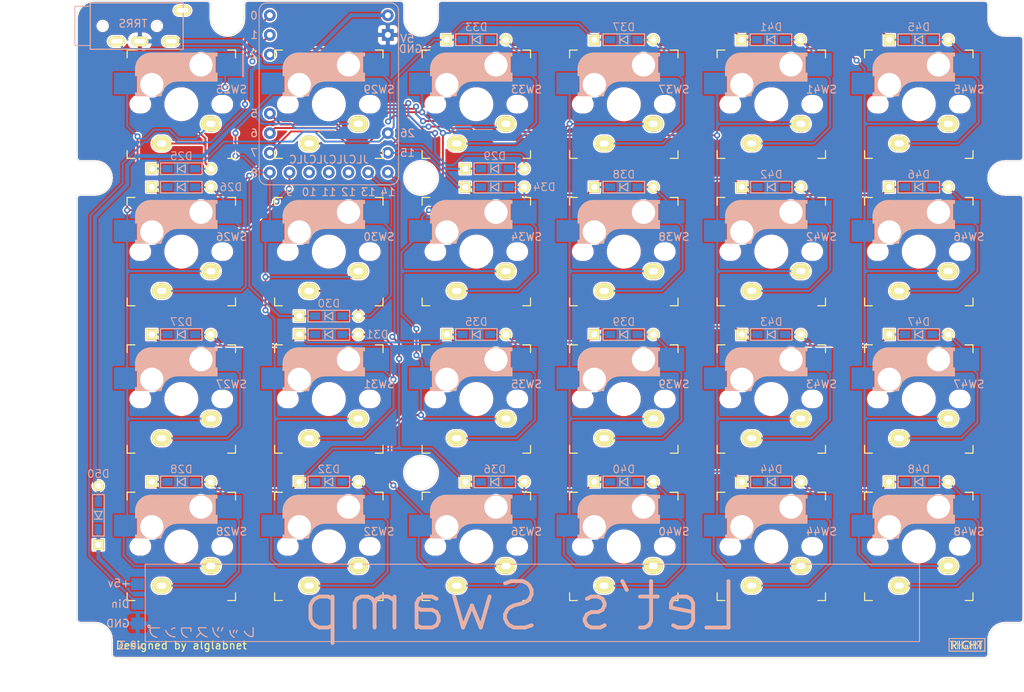
<source format=kicad_pcb>
(kicad_pcb (version 20171130) (host pcbnew "(5.1.12)-1")
  (layers (0 F.Cu signal hide) (31 B.Cu signal hide) (34 B.Paste user) (35 F.Paste user) (36 B.SilkS user) (37 F.SilkS user) (38 B.Mask user) (39 F.Mask user) (44 Edge.Cuts user))
  (net 0 "")
  (net 1 ROW0)
  (net 2 ROW1)
  (net 3 ROW2)
  (net 4 ROW3)
  (net 5 GND)
  (net 6 DATA)
  (net 7 "Net-(J1-PadA)")
  (net 8 VCC)
  (net 9 LED)
  (net 10 COL0)
  (net 11 COL1)
  (net 12 COL2)
  (net 13 COL3)
  (net 14 COL4)
  (net 15 COL5)
  (net 16 "Net-(U1-Pad11)")
  (net 17 "Net-(U1-Pad12)")
  (net 18 "Net-(U1-Pad13)")
  (net 19 "Net-(D26-Pad2)")
  (net 20 "Net-(D27-Pad2)")
  (net 21 "Net-(D28-Pad2)")
  (net 22 "Net-(D29-Pad2)")
  (net 23 "Net-(D30-Pad2)")
  (net 24 "Net-(D31-Pad2)")
  (net 25 "Net-(D32-Pad2)")
  (net 26 "Net-(D33-Pad2)")
  (net 27 "Net-(D34-Pad2)")
  (net 28 "Net-(D35-Pad2)")
  (net 29 "Net-(D36-Pad2)")
  (net 30 "Net-(D37-Pad2)")
  (net 31 "Net-(D38-Pad2)")
  (net 32 "Net-(D39-Pad2)")
  (net 33 "Net-(D40-Pad2)")
  (net 34 "Net-(D41-Pad2)")
  (net 35 "Net-(D42-Pad2)")
  (net 36 "Net-(D43-Pad2)")
  (net 37 "Net-(D44-Pad2)")
  (net 38 "Net-(D45-Pad2)")
  (net 39 "Net-(D46-Pad2)")
  (net 40 "Net-(D47-Pad2)")
  (net 41 "Net-(D48-Pad2)")
  (net 42 "Net-(D50-Pad1)")
  (net 43 "Net-(D25-Pad2)")
  (module footprints:Diode_TH_SMD (layer F.Cu) (at -10.715616 53.131596 90)
    (fp_text reference D50 (at 5.357808 0 180) (layer B.SilkS) (effects (font (thickness 0.125)) (justify mirror)))
    (fp_text value D hide)
    (pad 2 smd rect (at 1.775 0 90) (size 1.3 0.95) (layers B.Cu B.Paste B.Mask) (net 8 VCC))
    (pad 1 smd rect (at -1.775 0 90) (size 1.3 0.95) (layers B.Cu B.Paste B.Mask) (net 42 "Net-(D50-Pad1)"))
    (pad 1 thru_hole rect (at -3.81 0 90) (size 1.397 1.397) (drill 0.8128) (layers *.Cu *.Mask F.SilkS) (net 42 "Net-(D50-Pad1)"))
    (pad 2 thru_hole circle (at 3.81 0 90) (size 1.397 1.397) (drill 0.8128) (layers *.Cu *.Mask F.SilkS) (net 8 VCC))
  )
  (module footprints:Diode_TH_SMD (layer F.Cu) (at 95.25 48.815624)
    (fp_text reference D48 (at 0 -1.63) (layer B.SilkS) (effects (font (thickness 0.125)) (justify mirror)))
    (fp_text value D hide)
    (pad 2 smd rect (at 1.775 0) (size 1.3 0.95) (layers B.Cu B.Paste B.Mask) (net 41 "Net-(D48-Pad2)"))
    (pad 1 smd rect (at -1.775 0) (size 1.3 0.95) (layers B.Cu B.Paste B.Mask) (net 4 ROW3))
    (pad 1 thru_hole rect (at -3.81 0) (size 1.397 1.397) (drill 0.8128) (layers *.Cu *.Mask F.SilkS) (net 4 ROW3))
    (pad 2 thru_hole circle (at 3.81 0) (size 1.397 1.397) (drill 0.8128) (layers *.Cu *.Mask F.SilkS) (net 41 "Net-(D48-Pad2)"))
  )
  (module footprints:Diode_TH_SMD (layer F.Cu) (at 95.25 29.765624)
    (fp_text reference D47 (at 0 -1.63) (layer B.SilkS) (effects (font (thickness 0.125)) (justify mirror)))
    (fp_text value D hide)
    (pad 2 smd rect (at 1.775 0) (size 1.3 0.95) (layers B.Cu B.Paste B.Mask) (net 40 "Net-(D47-Pad2)"))
    (pad 1 smd rect (at -1.775 0) (size 1.3 0.95) (layers B.Cu B.Paste B.Mask) (net 3 ROW2))
    (pad 1 thru_hole rect (at -3.81 0) (size 1.397 1.397) (drill 0.8128) (layers *.Cu *.Mask F.SilkS) (net 3 ROW2))
    (pad 2 thru_hole circle (at 3.81 0) (size 1.397 1.397) (drill 0.8128) (layers *.Cu *.Mask F.SilkS) (net 40 "Net-(D47-Pad2)"))
  )
  (module footprints:Diode_TH_SMD (layer F.Cu) (at 95.25 10.715624)
    (fp_text reference D46 (at 0 -1.63) (layer B.SilkS) (effects (font (thickness 0.125)) (justify mirror)))
    (fp_text value D hide)
    (pad 2 smd rect (at 1.775 0) (size 1.3 0.95) (layers B.Cu B.Paste B.Mask) (net 39 "Net-(D46-Pad2)"))
    (pad 1 smd rect (at -1.775 0) (size 1.3 0.95) (layers B.Cu B.Paste B.Mask) (net 2 ROW1))
    (pad 1 thru_hole rect (at -3.81 0) (size 1.397 1.397) (drill 0.8128) (layers *.Cu *.Mask F.SilkS) (net 2 ROW1))
    (pad 2 thru_hole circle (at 3.81 0) (size 1.397 1.397) (drill 0.8128) (layers *.Cu *.Mask F.SilkS) (net 39 "Net-(D46-Pad2)"))
  )
  (module footprints:Diode_TH_SMD (layer F.Cu) (at 95.25 -8.334376)
    (fp_text reference D45 (at 0 -1.63) (layer B.SilkS) (effects (font (thickness 0.125)) (justify mirror)))
    (fp_text value D hide)
    (pad 2 smd rect (at 1.775 0) (size 1.3 0.95) (layers B.Cu B.Paste B.Mask) (net 38 "Net-(D45-Pad2)"))
    (pad 1 smd rect (at -1.775 0) (size 1.3 0.95) (layers B.Cu B.Paste B.Mask) (net 1 ROW0))
    (pad 1 thru_hole rect (at -3.81 0) (size 1.397 1.397) (drill 0.8128) (layers *.Cu *.Mask F.SilkS) (net 1 ROW0))
    (pad 2 thru_hole circle (at 3.81 0) (size 1.397 1.397) (drill 0.8128) (layers *.Cu *.Mask F.SilkS) (net 38 "Net-(D45-Pad2)"))
  )
  (module footprints:Diode_TH_SMD (layer F.Cu) (at 76.2 48.815624)
    (fp_text reference D44 (at 0 -1.63) (layer B.SilkS) (effects (font (thickness 0.125)) (justify mirror)))
    (fp_text value D hide)
    (pad 2 smd rect (at 1.775 0) (size 1.3 0.95) (layers B.Cu B.Paste B.Mask) (net 37 "Net-(D44-Pad2)"))
    (pad 1 smd rect (at -1.775 0) (size 1.3 0.95) (layers B.Cu B.Paste B.Mask) (net 4 ROW3))
    (pad 1 thru_hole rect (at -3.81 0) (size 1.397 1.397) (drill 0.8128) (layers *.Cu *.Mask F.SilkS) (net 4 ROW3))
    (pad 2 thru_hole circle (at 3.81 0) (size 1.397 1.397) (drill 0.8128) (layers *.Cu *.Mask F.SilkS) (net 37 "Net-(D44-Pad2)"))
  )
  (module footprints:Diode_TH_SMD (layer F.Cu) (at 76.2 29.765624)
    (fp_text reference D43 (at 0 -1.63) (layer B.SilkS) (effects (font (thickness 0.125)) (justify mirror)))
    (fp_text value D hide)
    (pad 2 smd rect (at 1.775 0) (size 1.3 0.95) (layers B.Cu B.Paste B.Mask) (net 36 "Net-(D43-Pad2)"))
    (pad 1 smd rect (at -1.775 0) (size 1.3 0.95) (layers B.Cu B.Paste B.Mask) (net 3 ROW2))
    (pad 1 thru_hole rect (at -3.81 0) (size 1.397 1.397) (drill 0.8128) (layers *.Cu *.Mask F.SilkS) (net 3 ROW2))
    (pad 2 thru_hole circle (at 3.81 0) (size 1.397 1.397) (drill 0.8128) (layers *.Cu *.Mask F.SilkS) (net 36 "Net-(D43-Pad2)"))
  )
  (module footprints:Diode_TH_SMD (layer F.Cu) (at 76.2 10.715624)
    (fp_text reference D42 (at 0 -1.63) (layer B.SilkS) (effects (font (thickness 0.125)) (justify mirror)))
    (fp_text value D hide)
    (pad 2 smd rect (at 1.775 0) (size 1.3 0.95) (layers B.Cu B.Paste B.Mask) (net 35 "Net-(D42-Pad2)"))
    (pad 1 smd rect (at -1.775 0) (size 1.3 0.95) (layers B.Cu B.Paste B.Mask) (net 2 ROW1))
    (pad 1 thru_hole rect (at -3.81 0) (size 1.397 1.397) (drill 0.8128) (layers *.Cu *.Mask F.SilkS) (net 2 ROW1))
    (pad 2 thru_hole circle (at 3.81 0) (size 1.397 1.397) (drill 0.8128) (layers *.Cu *.Mask F.SilkS) (net 35 "Net-(D42-Pad2)"))
  )
  (module footprints:Diode_TH_SMD (layer F.Cu) (at 76.15 -8.334376)
    (fp_text reference D41 (at 0 -1.63) (layer B.SilkS) (effects (font (thickness 0.125)) (justify mirror)))
    (fp_text value D hide)
    (pad 2 smd rect (at 1.775 0) (size 1.3 0.95) (layers B.Cu B.Paste B.Mask) (net 34 "Net-(D41-Pad2)"))
    (pad 1 smd rect (at -1.775 0) (size 1.3 0.95) (layers B.Cu B.Paste B.Mask) (net 1 ROW0))
    (pad 1 thru_hole rect (at -3.81 0) (size 1.397 1.397) (drill 0.8128) (layers *.Cu *.Mask F.SilkS) (net 1 ROW0))
    (pad 2 thru_hole circle (at 3.81 0) (size 1.397 1.397) (drill 0.8128) (layers *.Cu *.Mask F.SilkS) (net 34 "Net-(D41-Pad2)"))
  )
  (module footprints:Diode_TH_SMD (layer F.Cu) (at 57.15 48.815624)
    (fp_text reference D40 (at 0 -1.63) (layer B.SilkS) (effects (font (thickness 0.125)) (justify mirror)))
    (fp_text value D hide)
    (pad 2 smd rect (at 1.775 0) (size 1.3 0.95) (layers B.Cu B.Paste B.Mask) (net 33 "Net-(D40-Pad2)"))
    (pad 1 smd rect (at -1.775 0) (size 1.3 0.95) (layers B.Cu B.Paste B.Mask) (net 4 ROW3))
    (pad 1 thru_hole rect (at -3.81 0) (size 1.397 1.397) (drill 0.8128) (layers *.Cu *.Mask F.SilkS) (net 4 ROW3))
    (pad 2 thru_hole circle (at 3.81 0) (size 1.397 1.397) (drill 0.8128) (layers *.Cu *.Mask F.SilkS) (net 33 "Net-(D40-Pad2)"))
  )
  (module footprints:Diode_TH_SMD (layer F.Cu) (at 57.15 29.765624)
    (fp_text reference D39 (at 0 -1.63) (layer B.SilkS) (effects (font (thickness 0.125)) (justify mirror)))
    (fp_text value D hide)
    (pad 2 smd rect (at 1.775 0) (size 1.3 0.95) (layers B.Cu B.Paste B.Mask) (net 32 "Net-(D39-Pad2)"))
    (pad 1 smd rect (at -1.775 0) (size 1.3 0.95) (layers B.Cu B.Paste B.Mask) (net 3 ROW2))
    (pad 1 thru_hole rect (at -3.81 0) (size 1.397 1.397) (drill 0.8128) (layers *.Cu *.Mask F.SilkS) (net 3 ROW2))
    (pad 2 thru_hole circle (at 3.81 0) (size 1.397 1.397) (drill 0.8128) (layers *.Cu *.Mask F.SilkS) (net 32 "Net-(D39-Pad2)"))
  )
  (module footprints:Diode_TH_SMD (layer F.Cu) (at 57.15 10.715624)
    (fp_text reference D38 (at 0 -1.63) (layer B.SilkS) (effects (font (thickness 0.125)) (justify mirror)))
    (fp_text value D hide)
    (pad 2 smd rect (at 1.775 0) (size 1.3 0.95) (layers B.Cu B.Paste B.Mask) (net 31 "Net-(D38-Pad2)"))
    (pad 1 smd rect (at -1.775 0) (size 1.3 0.95) (layers B.Cu B.Paste B.Mask) (net 2 ROW1))
    (pad 1 thru_hole rect (at -3.81 0) (size 1.397 1.397) (drill 0.8128) (layers *.Cu *.Mask F.SilkS) (net 2 ROW1))
    (pad 2 thru_hole circle (at 3.81 0) (size 1.397 1.397) (drill 0.8128) (layers *.Cu *.Mask F.SilkS) (net 31 "Net-(D38-Pad2)"))
  )
  (module footprints:Diode_TH_SMD (layer F.Cu) (at 57.15 -8.334376)
    (fp_text reference D37 (at 0 -1.63) (layer B.SilkS) (effects (font (thickness 0.125)) (justify mirror)))
    (fp_text value D hide)
    (pad 2 smd rect (at 1.775 0) (size 1.3 0.95) (layers B.Cu B.Paste B.Mask) (net 30 "Net-(D37-Pad2)"))
    (pad 1 smd rect (at -1.775 0) (size 1.3 0.95) (layers B.Cu B.Paste B.Mask) (net 1 ROW0))
    (pad 1 thru_hole rect (at -3.81 0) (size 1.397 1.397) (drill 0.8128) (layers *.Cu *.Mask F.SilkS) (net 1 ROW0))
    (pad 2 thru_hole circle (at 3.81 0) (size 1.397 1.397) (drill 0.8128) (layers *.Cu *.Mask F.SilkS) (net 30 "Net-(D37-Pad2)"))
  )
  (module footprints:Diode_TH_SMD (layer F.Cu) (at 40.48125 48.815624)
    (fp_text reference D36 (at 0 -1.63) (layer B.SilkS) (effects (font (thickness 0.125)) (justify mirror)))
    (fp_text value D hide)
    (pad 2 smd rect (at 1.775 0) (size 1.3 0.95) (layers B.Cu B.Paste B.Mask) (net 29 "Net-(D36-Pad2)"))
    (pad 1 smd rect (at -1.775 0) (size 1.3 0.95) (layers B.Cu B.Paste B.Mask) (net 4 ROW3))
    (pad 1 thru_hole rect (at -3.81 0) (size 1.397 1.397) (drill 0.8128) (layers *.Cu *.Mask F.SilkS) (net 4 ROW3))
    (pad 2 thru_hole circle (at 3.81 0) (size 1.397 1.397) (drill 0.8128) (layers *.Cu *.Mask F.SilkS) (net 29 "Net-(D36-Pad2)"))
  )
  (module footprints:Diode_TH_SMD (layer F.Cu) (at 38.1 29.765624)
    (fp_text reference D35 (at 0 -1.63) (layer B.SilkS) (effects (font (thickness 0.125)) (justify mirror)))
    (fp_text value D hide)
    (pad 2 smd rect (at 1.775 0) (size 1.3 0.95) (layers B.Cu B.Paste B.Mask) (net 28 "Net-(D35-Pad2)"))
    (pad 1 smd rect (at -1.775 0) (size 1.3 0.95) (layers B.Cu B.Paste B.Mask) (net 3 ROW2))
    (pad 1 thru_hole rect (at -3.81 0) (size 1.397 1.397) (drill 0.8128) (layers *.Cu *.Mask F.SilkS) (net 3 ROW2))
    (pad 2 thru_hole circle (at 3.81 0) (size 1.397 1.397) (drill 0.8128) (layers *.Cu *.Mask F.SilkS) (net 28 "Net-(D35-Pad2)"))
  )
  (module footprints:Diode_TH_SMD (layer F.Cu) (at 40.48125 10.715624)
    (fp_text reference D34 (at 6.39957 -0.000008) (layer B.SilkS) (effects (font (thickness 0.125)) (justify mirror)))
    (fp_text value D hide)
    (pad 2 smd rect (at 1.775 0) (size 1.3 0.95) (layers B.Cu B.Paste B.Mask) (net 27 "Net-(D34-Pad2)"))
    (pad 1 smd rect (at -1.775 0) (size 1.3 0.95) (layers B.Cu B.Paste B.Mask) (net 2 ROW1))
    (pad 1 thru_hole rect (at -3.81 0) (size 1.397 1.397) (drill 0.8128) (layers *.Cu *.Mask F.SilkS) (net 2 ROW1))
    (pad 2 thru_hole circle (at 3.81 0) (size 1.397 1.397) (drill 0.8128) (layers *.Cu *.Mask F.SilkS) (net 27 "Net-(D34-Pad2)"))
  )
  (module footprints:Diode_TH_SMD (layer F.Cu) (at 38.1 -8.334376)
    (fp_text reference D33 (at 0 -1.63) (layer B.SilkS) (effects (font (thickness 0.125)) (justify mirror)))
    (fp_text value D hide)
    (pad 2 smd rect (at 1.775 0) (size 1.3 0.95) (layers B.Cu B.Paste B.Mask) (net 26 "Net-(D33-Pad2)"))
    (pad 1 smd rect (at -1.775 0) (size 1.3 0.95) (layers B.Cu B.Paste B.Mask) (net 1 ROW0))
    (pad 1 thru_hole rect (at -3.81 0) (size 1.397 1.397) (drill 0.8128) (layers *.Cu *.Mask F.SilkS) (net 1 ROW0))
    (pad 2 thru_hole circle (at 3.81 0) (size 1.397 1.397) (drill 0.8128) (layers *.Cu *.Mask F.SilkS) (net 26 "Net-(D33-Pad2)"))
  )
  (module footprints:Diode_TH_SMD (layer F.Cu) (at 19.05 48.815624)
    (fp_text reference D32 (at 0 -1.63) (layer B.SilkS) (effects (font (thickness 0.125)) (justify mirror)))
    (fp_text value D hide)
    (pad 2 smd rect (at 1.775 0) (size 1.3 0.95) (layers B.Cu B.Paste B.Mask) (net 25 "Net-(D32-Pad2)"))
    (pad 1 smd rect (at -1.775 0) (size 1.3 0.95) (layers B.Cu B.Paste B.Mask) (net 4 ROW3))
    (pad 1 thru_hole rect (at -3.81 0) (size 1.397 1.397) (drill 0.8128) (layers *.Cu *.Mask F.SilkS) (net 4 ROW3))
    (pad 2 thru_hole circle (at 3.81 0) (size 1.397 1.397) (drill 0.8128) (layers *.Cu *.Mask F.SilkS) (net 25 "Net-(D32-Pad2)"))
  )
  (module footprints:Diode_TH_SMD (layer F.Cu) (at 19.05 29.765624)
    (fp_text reference D31 (at 6.25076 -0.000024) (layer B.SilkS) (effects (font (thickness 0.125)) (justify mirror)))
    (fp_text value D hide)
    (pad 2 smd rect (at 1.775 0) (size 1.3 0.95) (layers B.Cu B.Paste B.Mask) (net 24 "Net-(D31-Pad2)"))
    (pad 1 smd rect (at -1.775 0) (size 1.3 0.95) (layers B.Cu B.Paste B.Mask) (net 3 ROW2))
    (pad 1 thru_hole rect (at -3.81 0) (size 1.397 1.397) (drill 0.8128) (layers *.Cu *.Mask F.SilkS) (net 3 ROW2))
    (pad 2 thru_hole circle (at 3.81 0) (size 1.397 1.397) (drill 0.8128) (layers *.Cu *.Mask F.SilkS) (net 24 "Net-(D31-Pad2)"))
  )
  (module footprints:Diode_TH_SMD (layer F.Cu) (at 19.05 27.384376)
    (fp_text reference D30 (at 0 -1.63) (layer B.SilkS) (effects (font (thickness 0.125)) (justify mirror)))
    (fp_text value D hide)
    (pad 2 smd rect (at 1.775 0) (size 1.3 0.95) (layers B.Cu B.Paste B.Mask) (net 23 "Net-(D30-Pad2)"))
    (pad 1 smd rect (at -1.775 0) (size 1.3 0.95) (layers B.Cu B.Paste B.Mask) (net 2 ROW1))
    (pad 1 thru_hole rect (at -3.81 0) (size 1.397 1.397) (drill 0.8128) (layers *.Cu *.Mask F.SilkS) (net 2 ROW1))
    (pad 2 thru_hole circle (at 3.81 0) (size 1.397 1.397) (drill 0.8128) (layers *.Cu *.Mask F.SilkS) (net 23 "Net-(D30-Pad2)"))
  )
  (module footprints:Diode_TH_SMD (layer F.Cu) (at 40.481202 8.334376)
    (fp_text reference D29 (at 0 -1.63) (layer B.SilkS) (effects (font (thickness 0.125)) (justify mirror)))
    (fp_text value D hide)
    (pad 2 smd rect (at 1.775 0) (size 1.3 0.95) (layers B.Cu B.Paste B.Mask) (net 22 "Net-(D29-Pad2)"))
    (pad 1 smd rect (at -1.775 0) (size 1.3 0.95) (layers B.Cu B.Paste B.Mask) (net 1 ROW0))
    (pad 1 thru_hole rect (at -3.81 0) (size 1.397 1.397) (drill 0.8128) (layers *.Cu *.Mask F.SilkS) (net 1 ROW0))
    (pad 2 thru_hole circle (at 3.81 0) (size 1.397 1.397) (drill 0.8128) (layers *.Cu *.Mask F.SilkS) (net 22 "Net-(D29-Pad2)"))
  )
  (module footprints:Diode_TH_SMD (layer F.Cu) (at 0 48.815624)
    (fp_text reference D28 (at 0 -1.63) (layer B.SilkS) (effects (font (thickness 0.125)) (justify mirror)))
    (fp_text value D hide)
    (pad 2 smd rect (at 1.775 0) (size 1.3 0.95) (layers B.Cu B.Paste B.Mask) (net 21 "Net-(D28-Pad2)"))
    (pad 1 smd rect (at -1.775 0) (size 1.3 0.95) (layers B.Cu B.Paste B.Mask) (net 4 ROW3))
    (pad 1 thru_hole rect (at -3.81 0) (size 1.397 1.397) (drill 0.8128) (layers *.Cu *.Mask F.SilkS) (net 4 ROW3))
    (pad 2 thru_hole circle (at 3.81 0) (size 1.397 1.397) (drill 0.8128) (layers *.Cu *.Mask F.SilkS) (net 21 "Net-(D28-Pad2)"))
  )
  (module footprints:Diode_TH_SMD (layer F.Cu) (at 0 29.765624)
    (fp_text reference D27 (at 0 -1.63) (layer B.SilkS) (effects (font (thickness 0.125)) (justify mirror)))
    (fp_text value D hide)
    (pad 2 smd rect (at 1.775 0) (size 1.3 0.95) (layers B.Cu B.Paste B.Mask) (net 20 "Net-(D27-Pad2)"))
    (pad 1 smd rect (at -1.775 0) (size 1.3 0.95) (layers B.Cu B.Paste B.Mask) (net 3 ROW2))
    (pad 1 thru_hole rect (at -3.81 0) (size 1.397 1.397) (drill 0.8128) (layers *.Cu *.Mask F.SilkS) (net 3 ROW2))
    (pad 2 thru_hole circle (at 3.81 0) (size 1.397 1.397) (drill 0.8128) (layers *.Cu *.Mask F.SilkS) (net 20 "Net-(D27-Pad2)"))
  )
  (module footprints:Diode_TH_SMD (layer F.Cu) (at 0 10.715624)
    (fp_text reference D26 (at 6.399604 -0.000008) (layer B.SilkS) (effects (font (thickness 0.125)) (justify mirror)))
    (fp_text value D hide)
    (pad 2 smd rect (at 1.775 0) (size 1.3 0.95) (layers B.Cu B.Paste B.Mask) (net 19 "Net-(D26-Pad2)"))
    (pad 1 smd rect (at -1.775 0) (size 1.3 0.95) (layers B.Cu B.Paste B.Mask) (net 2 ROW1))
    (pad 1 thru_hole rect (at -3.81 0) (size 1.397 1.397) (drill 0.8128) (layers *.Cu *.Mask F.SilkS) (net 2 ROW1))
    (pad 2 thru_hole circle (at 3.81 0) (size 1.397 1.397) (drill 0.8128) (layers *.Cu *.Mask F.SilkS) (net 19 "Net-(D26-Pad2)"))
  )
  (module footprints:Diode_TH_SMD (layer F.Cu) (at 0 8.334376)
    (fp_text reference D25 (at 0 -1.63) (layer B.SilkS) (effects (font (thickness 0.125)) (justify mirror)))
    (fp_text value D hide)
    (pad 2 smd rect (at 1.775 0) (size 1.3 0.95) (layers B.Cu B.Paste B.Mask) (net 43 "Net-(D25-Pad2)"))
    (pad 1 smd rect (at -1.775 0) (size 1.3 0.95) (layers B.Cu B.Paste B.Mask) (net 1 ROW0))
    (pad 1 thru_hole rect (at -3.81 0) (size 1.397 1.397) (drill 0.8128) (layers *.Cu *.Mask F.SilkS) (net 1 ROW0))
    (pad 2 thru_hole circle (at 3.81 0) (size 1.397 1.397) (drill 0.8128) (layers *.Cu *.Mask F.SilkS) (net 43 "Net-(D25-Pad2)"))
  )
  (module footprints:let's-swamp-kana-14.4x2.3 (layer B.Cu) (at 2.5 68.1 180)
    (fp_text reference G*** hide)
    (fp_text value LOGO hide)
  )
  (module footprints:CherryMX_HotswapAndSolder_1u (layer F.Cu) (at 95.25 57.15)
    (fp_text reference SW48 (at 6.477 -1.905) (layer B.SilkS) (effects (justify mirror)))
    (fp_text value SW_Push hide)
    (pad 1 smd rect (at -6.8 -2.68 180) (size 2.9 2.8) (drill (offset 0.45 0)) (layers B.Cu B.Paste B.Mask) (net 15 COL5))
    (pad "" np_thru_hole circle (at -3.81 -2.54 180) (size 3 3) (drill 3) (layers *.Cu *.Mask))
    (pad "" np_thru_hole circle (at 2.54 -5.08 180) (size 3 3) (drill 3) (layers *.Cu *.Mask))
    (pad "" np_thru_hole oval (at 5.29 0) (size 2.42 2) (drill oval 2.42 2) (layers *.Cu *.Mask))
    (pad "" np_thru_hole oval (at -5.29 0) (size 2.42 2) (drill oval 2.42 2) (layers *.Cu *.Mask))
    (pad 2 smd rect (at 5.7 -5.12 180) (size 3.3 3) (drill (offset -0.45 0)) (layers B.Cu B.Paste B.Mask) (net 41 "Net-(D48-Pad2)"))
    (pad "" np_thru_hole circle (at 0 0 90) (size 4 4) (drill 4) (layers *.Cu *.Mask))
    (pad 1 thru_hole oval (at 3.81 2.54) (size 2.5 2) (drill oval 1.2 0.8) (layers *.Cu F.SilkS B.Mask) (net 15 COL5))
    (pad 2 thru_hole oval (at -2.54 5.08) (size 2.5 2) (drill oval 1.2 0.8) (layers *.Cu F.SilkS B.Mask) (net 41 "Net-(D48-Pad2)"))
  )
  (module footprints:CherryMX_HotswapAndSolder_1u (layer F.Cu) (at 95.25 38.1)
    (fp_text reference SW47 (at 6.477 -1.905) (layer B.SilkS) (effects (justify mirror)))
    (fp_text value SW_Push hide)
    (pad 1 smd rect (at -6.8 -2.68 180) (size 2.9 2.8) (drill (offset 0.45 0)) (layers B.Cu B.Paste B.Mask) (net 15 COL5))
    (pad "" np_thru_hole circle (at -3.81 -2.54 180) (size 3 3) (drill 3) (layers *.Cu *.Mask))
    (pad "" np_thru_hole circle (at 2.54 -5.08 180) (size 3 3) (drill 3) (layers *.Cu *.Mask))
    (pad "" np_thru_hole oval (at 5.29 0) (size 2.42 2) (drill oval 2.42 2) (layers *.Cu *.Mask))
    (pad "" np_thru_hole oval (at -5.29 0) (size 2.42 2) (drill oval 2.42 2) (layers *.Cu *.Mask))
    (pad 2 smd rect (at 5.7 -5.12 180) (size 3.3 3) (drill (offset -0.45 0)) (layers B.Cu B.Paste B.Mask) (net 40 "Net-(D47-Pad2)"))
    (pad "" np_thru_hole circle (at 0 0 90) (size 4 4) (drill 4) (layers *.Cu *.Mask))
    (pad 1 thru_hole oval (at 3.81 2.54) (size 2.5 2) (drill oval 1.2 0.8) (layers *.Cu F.SilkS B.Mask) (net 15 COL5))
    (pad 2 thru_hole oval (at -2.54 5.08) (size 2.5 2) (drill oval 1.2 0.8) (layers *.Cu F.SilkS B.Mask) (net 40 "Net-(D47-Pad2)"))
  )
  (module footprints:CherryMX_HotswapAndSolder_1u (layer F.Cu) (at 95.25 19.05)
    (fp_text reference SW46 (at 6.477 -1.905) (layer B.SilkS) (effects (justify mirror)))
    (fp_text value SW_Push hide)
    (pad 1 smd rect (at -6.8 -2.68 180) (size 2.9 2.8) (drill (offset 0.45 0)) (layers B.Cu B.Paste B.Mask) (net 15 COL5))
    (pad "" np_thru_hole circle (at -3.81 -2.54 180) (size 3 3) (drill 3) (layers *.Cu *.Mask))
    (pad "" np_thru_hole circle (at 2.54 -5.08 180) (size 3 3) (drill 3) (layers *.Cu *.Mask))
    (pad "" np_thru_hole oval (at 5.29 0) (size 2.42 2) (drill oval 2.42 2) (layers *.Cu *.Mask))
    (pad "" np_thru_hole oval (at -5.29 0) (size 2.42 2) (drill oval 2.42 2) (layers *.Cu *.Mask))
    (pad 2 smd rect (at 5.7 -5.12 180) (size 3.3 3) (drill (offset -0.45 0)) (layers B.Cu B.Paste B.Mask) (net 39 "Net-(D46-Pad2)"))
    (pad "" np_thru_hole circle (at 0 0 90) (size 4 4) (drill 4) (layers *.Cu *.Mask))
    (pad 1 thru_hole oval (at 3.81 2.54) (size 2.5 2) (drill oval 1.2 0.8) (layers *.Cu F.SilkS B.Mask) (net 15 COL5))
    (pad 2 thru_hole oval (at -2.54 5.08) (size 2.5 2) (drill oval 1.2 0.8) (layers *.Cu F.SilkS B.Mask) (net 39 "Net-(D46-Pad2)"))
  )
  (module footprints:CherryMX_HotswapAndSolder_1u (layer F.Cu) (at 95.25 0)
    (fp_text reference SW45 (at 6.477 -1.905) (layer B.SilkS) (effects (justify mirror)))
    (fp_text value SW_Push hide)
    (pad 1 smd rect (at -6.8 -2.68 180) (size 2.9 2.8) (drill (offset 0.45 0)) (layers B.Cu B.Paste B.Mask) (net 15 COL5))
    (pad "" np_thru_hole circle (at -3.81 -2.54 180) (size 3 3) (drill 3) (layers *.Cu *.Mask))
    (pad "" np_thru_hole circle (at 2.54 -5.08 180) (size 3 3) (drill 3) (layers *.Cu *.Mask))
    (pad "" np_thru_hole oval (at 5.29 0) (size 2.42 2) (drill oval 2.42 2) (layers *.Cu *.Mask))
    (pad "" np_thru_hole oval (at -5.29 0) (size 2.42 2) (drill oval 2.42 2) (layers *.Cu *.Mask))
    (pad 2 smd rect (at 5.7 -5.12 180) (size 3.3 3) (drill (offset -0.45 0)) (layers B.Cu B.Paste B.Mask) (net 38 "Net-(D45-Pad2)"))
    (pad "" np_thru_hole circle (at 0 0 90) (size 4 4) (drill 4) (layers *.Cu *.Mask))
    (pad 1 thru_hole oval (at 3.81 2.54) (size 2.5 2) (drill oval 1.2 0.8) (layers *.Cu F.SilkS B.Mask) (net 15 COL5))
    (pad 2 thru_hole oval (at -2.54 5.08) (size 2.5 2) (drill oval 1.2 0.8) (layers *.Cu F.SilkS B.Mask) (net 38 "Net-(D45-Pad2)"))
  )
  (module footprints:CherryMX_HotswapAndSolder_1u (layer F.Cu) (at 76.2 57.15)
    (fp_text reference SW44 (at 6.477 -1.905) (layer B.SilkS) (effects (justify mirror)))
    (fp_text value SW_Push hide)
    (pad 1 smd rect (at -6.8 -2.68 180) (size 2.9 2.8) (drill (offset 0.45 0)) (layers B.Cu B.Paste B.Mask) (net 14 COL4))
    (pad "" np_thru_hole circle (at -3.81 -2.54 180) (size 3 3) (drill 3) (layers *.Cu *.Mask))
    (pad "" np_thru_hole circle (at 2.54 -5.08 180) (size 3 3) (drill 3) (layers *.Cu *.Mask))
    (pad "" np_thru_hole oval (at 5.29 0) (size 2.42 2) (drill oval 2.42 2) (layers *.Cu *.Mask))
    (pad "" np_thru_hole oval (at -5.29 0) (size 2.42 2) (drill oval 2.42 2) (layers *.Cu *.Mask))
    (pad 2 smd rect (at 5.7 -5.12 180) (size 3.3 3) (drill (offset -0.45 0)) (layers B.Cu B.Paste B.Mask) (net 37 "Net-(D44-Pad2)"))
    (pad "" np_thru_hole circle (at 0 0 90) (size 4 4) (drill 4) (layers *.Cu *.Mask))
    (pad 1 thru_hole oval (at 3.81 2.54) (size 2.5 2) (drill oval 1.2 0.8) (layers *.Cu F.SilkS B.Mask) (net 14 COL4))
    (pad 2 thru_hole oval (at -2.54 5.08) (size 2.5 2) (drill oval 1.2 0.8) (layers *.Cu F.SilkS B.Mask) (net 37 "Net-(D44-Pad2)"))
  )
  (module footprints:CherryMX_HotswapAndSolder_1u (layer F.Cu) (at 76.2 38.1)
    (fp_text reference SW43 (at 6.477 -1.905) (layer B.SilkS) (effects (justify mirror)))
    (fp_text value SW_Push hide)
    (pad 1 smd rect (at -6.8 -2.68 180) (size 2.9 2.8) (drill (offset 0.45 0)) (layers B.Cu B.Paste B.Mask) (net 14 COL4))
    (pad "" np_thru_hole circle (at -3.81 -2.54 180) (size 3 3) (drill 3) (layers *.Cu *.Mask))
    (pad "" np_thru_hole circle (at 2.54 -5.08 180) (size 3 3) (drill 3) (layers *.Cu *.Mask))
    (pad "" np_thru_hole oval (at 5.29 0) (size 2.42 2) (drill oval 2.42 2) (layers *.Cu *.Mask))
    (pad "" np_thru_hole oval (at -5.29 0) (size 2.42 2) (drill oval 2.42 2) (layers *.Cu *.Mask))
    (pad 2 smd rect (at 5.7 -5.12 180) (size 3.3 3) (drill (offset -0.45 0)) (layers B.Cu B.Paste B.Mask) (net 36 "Net-(D43-Pad2)"))
    (pad "" np_thru_hole circle (at 0 0 90) (size 4 4) (drill 4) (layers *.Cu *.Mask))
    (pad 1 thru_hole oval (at 3.81 2.54) (size 2.5 2) (drill oval 1.2 0.8) (layers *.Cu F.SilkS B.Mask) (net 14 COL4))
    (pad 2 thru_hole oval (at -2.54 5.08) (size 2.5 2) (drill oval 1.2 0.8) (layers *.Cu F.SilkS B.Mask) (net 36 "Net-(D43-Pad2)"))
  )
  (module footprints:CherryMX_HotswapAndSolder_1u (layer F.Cu) (at 76.2 19.05)
    (fp_text reference SW42 (at 6.477 -1.905) (layer B.SilkS) (effects (justify mirror)))
    (fp_text value SW_Push hide)
    (pad 1 smd rect (at -6.8 -2.68 180) (size 2.9 2.8) (drill (offset 0.45 0)) (layers B.Cu B.Paste B.Mask) (net 14 COL4))
    (pad "" np_thru_hole circle (at -3.81 -2.54 180) (size 3 3) (drill 3) (layers *.Cu *.Mask))
    (pad "" np_thru_hole circle (at 2.54 -5.08 180) (size 3 3) (drill 3) (layers *.Cu *.Mask))
    (pad "" np_thru_hole oval (at 5.29 0) (size 2.42 2) (drill oval 2.42 2) (layers *.Cu *.Mask))
    (pad "" np_thru_hole oval (at -5.29 0) (size 2.42 2) (drill oval 2.42 2) (layers *.Cu *.Mask))
    (pad 2 smd rect (at 5.7 -5.12 180) (size 3.3 3) (drill (offset -0.45 0)) (layers B.Cu B.Paste B.Mask) (net 35 "Net-(D42-Pad2)"))
    (pad "" np_thru_hole circle (at 0 0 90) (size 4 4) (drill 4) (layers *.Cu *.Mask))
    (pad 1 thru_hole oval (at 3.81 2.54) (size 2.5 2) (drill oval 1.2 0.8) (layers *.Cu F.SilkS B.Mask) (net 14 COL4))
    (pad 2 thru_hole oval (at -2.54 5.08) (size 2.5 2) (drill oval 1.2 0.8) (layers *.Cu F.SilkS B.Mask) (net 35 "Net-(D42-Pad2)"))
  )
  (module footprints:CherryMX_HotswapAndSolder_1u (layer F.Cu) (at 76.2 0)
    (fp_text reference SW41 (at 6.477 -1.905) (layer B.SilkS) (effects (justify mirror)))
    (fp_text value SW_Push hide)
    (pad 1 smd rect (at -6.8 -2.68 180) (size 2.9 2.8) (drill (offset 0.45 0)) (layers B.Cu B.Paste B.Mask) (net 14 COL4))
    (pad "" np_thru_hole circle (at -3.81 -2.54 180) (size 3 3) (drill 3) (layers *.Cu *.Mask))
    (pad "" np_thru_hole circle (at 2.54 -5.08 180) (size 3 3) (drill 3) (layers *.Cu *.Mask))
    (pad "" np_thru_hole oval (at 5.29 0) (size 2.42 2) (drill oval 2.42 2) (layers *.Cu *.Mask))
    (pad "" np_thru_hole oval (at -5.29 0) (size 2.42 2) (drill oval 2.42 2) (layers *.Cu *.Mask))
    (pad 2 smd rect (at 5.7 -5.12 180) (size 3.3 3) (drill (offset -0.45 0)) (layers B.Cu B.Paste B.Mask) (net 34 "Net-(D41-Pad2)"))
    (pad "" np_thru_hole circle (at 0 0 90) (size 4 4) (drill 4) (layers *.Cu *.Mask))
    (pad 1 thru_hole oval (at 3.81 2.54) (size 2.5 2) (drill oval 1.2 0.8) (layers *.Cu F.SilkS B.Mask) (net 14 COL4))
    (pad 2 thru_hole oval (at -2.54 5.08) (size 2.5 2) (drill oval 1.2 0.8) (layers *.Cu F.SilkS B.Mask) (net 34 "Net-(D41-Pad2)"))
  )
  (module footprints:CherryMX_HotswapAndSolder_1u (layer F.Cu) (at 57.15 57.15)
    (fp_text reference SW40 (at 6.477 -1.905) (layer B.SilkS) (effects (justify mirror)))
    (fp_text value SW_Push hide)
    (pad 1 smd rect (at -6.8 -2.68 180) (size 2.9 2.8) (drill (offset 0.45 0)) (layers B.Cu B.Paste B.Mask) (net 13 COL3))
    (pad "" np_thru_hole circle (at -3.81 -2.54 180) (size 3 3) (drill 3) (layers *.Cu *.Mask))
    (pad "" np_thru_hole circle (at 2.54 -5.08 180) (size 3 3) (drill 3) (layers *.Cu *.Mask))
    (pad "" np_thru_hole oval (at 5.29 0) (size 2.42 2) (drill oval 2.42 2) (layers *.Cu *.Mask))
    (pad "" np_thru_hole oval (at -5.29 0) (size 2.42 2) (drill oval 2.42 2) (layers *.Cu *.Mask))
    (pad 2 smd rect (at 5.7 -5.12 180) (size 3.3 3) (drill (offset -0.45 0)) (layers B.Cu B.Paste B.Mask) (net 33 "Net-(D40-Pad2)"))
    (pad "" np_thru_hole circle (at 0 0 90) (size 4 4) (drill 4) (layers *.Cu *.Mask))
    (pad 1 thru_hole oval (at 3.81 2.54) (size 2.5 2) (drill oval 1.2 0.8) (layers *.Cu F.SilkS B.Mask) (net 13 COL3))
    (pad 2 thru_hole oval (at -2.54 5.08) (size 2.5 2) (drill oval 1.2 0.8) (layers *.Cu F.SilkS B.Mask) (net 33 "Net-(D40-Pad2)"))
  )
  (module footprints:CherryMX_HotswapAndSolder_1u (layer F.Cu) (at 57.15 38.1)
    (fp_text reference SW39 (at 6.477 -1.905) (layer B.SilkS) (effects (justify mirror)))
    (fp_text value SW_Push hide)
    (pad 1 smd rect (at -6.8 -2.68 180) (size 2.9 2.8) (drill (offset 0.45 0)) (layers B.Cu B.Paste B.Mask) (net 13 COL3))
    (pad "" np_thru_hole circle (at -3.81 -2.54 180) (size 3 3) (drill 3) (layers *.Cu *.Mask))
    (pad "" np_thru_hole circle (at 2.54 -5.08 180) (size 3 3) (drill 3) (layers *.Cu *.Mask))
    (pad "" np_thru_hole oval (at 5.29 0) (size 2.42 2) (drill oval 2.42 2) (layers *.Cu *.Mask))
    (pad "" np_thru_hole oval (at -5.29 0) (size 2.42 2) (drill oval 2.42 2) (layers *.Cu *.Mask))
    (pad 2 smd rect (at 5.7 -5.12 180) (size 3.3 3) (drill (offset -0.45 0)) (layers B.Cu B.Paste B.Mask) (net 32 "Net-(D39-Pad2)"))
    (pad "" np_thru_hole circle (at 0 0 90) (size 4 4) (drill 4) (layers *.Cu *.Mask))
    (pad 1 thru_hole oval (at 3.81 2.54) (size 2.5 2) (drill oval 1.2 0.8) (layers *.Cu F.SilkS B.Mask) (net 13 COL3))
    (pad 2 thru_hole oval (at -2.54 5.08) (size 2.5 2) (drill oval 1.2 0.8) (layers *.Cu F.SilkS B.Mask) (net 32 "Net-(D39-Pad2)"))
  )
  (module footprints:CherryMX_HotswapAndSolder_1u (layer F.Cu) (at 57.15 19.05)
    (fp_text reference SW38 (at 6.477 -1.905) (layer B.SilkS) (effects (justify mirror)))
    (fp_text value SW_Push hide)
    (pad 1 smd rect (at -6.8 -2.68 180) (size 2.9 2.8) (drill (offset 0.45 0)) (layers B.Cu B.Paste B.Mask) (net 13 COL3))
    (pad "" np_thru_hole circle (at -3.81 -2.54 180) (size 3 3) (drill 3) (layers *.Cu *.Mask))
    (pad "" np_thru_hole circle (at 2.54 -5.08 180) (size 3 3) (drill 3) (layers *.Cu *.Mask))
    (pad "" np_thru_hole oval (at 5.29 0) (size 2.42 2) (drill oval 2.42 2) (layers *.Cu *.Mask))
    (pad "" np_thru_hole oval (at -5.29 0) (size 2.42 2) (drill oval 2.42 2) (layers *.Cu *.Mask))
    (pad 2 smd rect (at 5.7 -5.12 180) (size 3.3 3) (drill (offset -0.45 0)) (layers B.Cu B.Paste B.Mask) (net 31 "Net-(D38-Pad2)"))
    (pad "" np_thru_hole circle (at 0 0 90) (size 4 4) (drill 4) (layers *.Cu *.Mask))
    (pad 1 thru_hole oval (at 3.81 2.54) (size 2.5 2) (drill oval 1.2 0.8) (layers *.Cu F.SilkS B.Mask) (net 13 COL3))
    (pad 2 thru_hole oval (at -2.54 5.08) (size 2.5 2) (drill oval 1.2 0.8) (layers *.Cu F.SilkS B.Mask) (net 31 "Net-(D38-Pad2)"))
  )
  (module footprints:CherryMX_HotswapAndSolder_1u (layer F.Cu) (at 57.15 0)
    (fp_text reference SW37 (at 6.477 -1.905) (layer B.SilkS) (effects (justify mirror)))
    (fp_text value SW_Push hide)
    (pad 1 smd rect (at -6.8 -2.68 180) (size 2.9 2.8) (drill (offset 0.45 0)) (layers B.Cu B.Paste B.Mask) (net 13 COL3))
    (pad "" np_thru_hole circle (at -3.81 -2.54 180) (size 3 3) (drill 3) (layers *.Cu *.Mask))
    (pad "" np_thru_hole circle (at 2.54 -5.08 180) (size 3 3) (drill 3) (layers *.Cu *.Mask))
    (pad "" np_thru_hole oval (at 5.29 0) (size 2.42 2) (drill oval 2.42 2) (layers *.Cu *.Mask))
    (pad "" np_thru_hole oval (at -5.29 0) (size 2.42 2) (drill oval 2.42 2) (layers *.Cu *.Mask))
    (pad 2 smd rect (at 5.7 -5.12 180) (size 3.3 3) (drill (offset -0.45 0)) (layers B.Cu B.Paste B.Mask) (net 30 "Net-(D37-Pad2)"))
    (pad "" np_thru_hole circle (at 0 0 90) (size 4 4) (drill 4) (layers *.Cu *.Mask))
    (pad 1 thru_hole oval (at 3.81 2.54) (size 2.5 2) (drill oval 1.2 0.8) (layers *.Cu F.SilkS B.Mask) (net 13 COL3))
    (pad 2 thru_hole oval (at -2.54 5.08) (size 2.5 2) (drill oval 1.2 0.8) (layers *.Cu F.SilkS B.Mask) (net 30 "Net-(D37-Pad2)"))
  )
  (module footprints:CherryMX_HotswapAndSolder_1u (layer F.Cu) (at 38.1 57.15)
    (fp_text reference SW36 (at 6.477 -1.905) (layer B.SilkS) (effects (justify mirror)))
    (fp_text value SW_Push hide)
    (pad 1 smd rect (at -6.8 -2.68 180) (size 2.9 2.8) (drill (offset 0.45 0)) (layers B.Cu B.Paste B.Mask) (net 12 COL2))
    (pad "" np_thru_hole circle (at -3.81 -2.54 180) (size 3 3) (drill 3) (layers *.Cu *.Mask))
    (pad "" np_thru_hole circle (at 2.54 -5.08 180) (size 3 3) (drill 3) (layers *.Cu *.Mask))
    (pad "" np_thru_hole oval (at 5.29 0) (size 2.42 2) (drill oval 2.42 2) (layers *.Cu *.Mask))
    (pad "" np_thru_hole oval (at -5.29 0) (size 2.42 2) (drill oval 2.42 2) (layers *.Cu *.Mask))
    (pad 2 smd rect (at 5.7 -5.12 180) (size 3.3 3) (drill (offset -0.45 0)) (layers B.Cu B.Paste B.Mask) (net 29 "Net-(D36-Pad2)"))
    (pad "" np_thru_hole circle (at 0 0 90) (size 4 4) (drill 4) (layers *.Cu *.Mask))
    (pad 1 thru_hole oval (at 3.81 2.54) (size 2.5 2) (drill oval 1.2 0.8) (layers *.Cu F.SilkS B.Mask) (net 12 COL2))
    (pad 2 thru_hole oval (at -2.54 5.08) (size 2.5 2) (drill oval 1.2 0.8) (layers *.Cu F.SilkS B.Mask) (net 29 "Net-(D36-Pad2)"))
  )
  (module footprints:CherryMX_HotswapAndSolder_1u (layer F.Cu) (at 38.1 38.1)
    (fp_text reference SW35 (at 6.477 -1.905) (layer B.SilkS) (effects (justify mirror)))
    (fp_text value SW_Push hide)
    (pad 1 smd rect (at -6.8 -2.68 180) (size 2.9 2.8) (drill (offset 0.45 0)) (layers B.Cu B.Paste B.Mask) (net 12 COL2))
    (pad "" np_thru_hole circle (at -3.81 -2.54 180) (size 3 3) (drill 3) (layers *.Cu *.Mask))
    (pad "" np_thru_hole circle (at 2.54 -5.08 180) (size 3 3) (drill 3) (layers *.Cu *.Mask))
    (pad "" np_thru_hole oval (at 5.29 0) (size 2.42 2) (drill oval 2.42 2) (layers *.Cu *.Mask))
    (pad "" np_thru_hole oval (at -5.29 0) (size 2.42 2) (drill oval 2.42 2) (layers *.Cu *.Mask))
    (pad 2 smd rect (at 5.7 -5.12 180) (size 3.3 3) (drill (offset -0.45 0)) (layers B.Cu B.Paste B.Mask) (net 28 "Net-(D35-Pad2)"))
    (pad "" np_thru_hole circle (at 0 0 90) (size 4 4) (drill 4) (layers *.Cu *.Mask))
    (pad 1 thru_hole oval (at 3.81 2.54) (size 2.5 2) (drill oval 1.2 0.8) (layers *.Cu F.SilkS B.Mask) (net 12 COL2))
    (pad 2 thru_hole oval (at -2.54 5.08) (size 2.5 2) (drill oval 1.2 0.8) (layers *.Cu F.SilkS B.Mask) (net 28 "Net-(D35-Pad2)"))
  )
  (module footprints:CherryMX_HotswapAndSolder_1u (layer F.Cu) (at 38.1 19.05)
    (fp_text reference SW34 (at 6.477 -1.905) (layer B.SilkS) (effects (justify mirror)))
    (fp_text value SW_Push hide)
    (pad 1 smd rect (at -6.8 -2.68 180) (size 2.9 2.8) (drill (offset 0.45 0)) (layers B.Cu B.Paste B.Mask) (net 12 COL2))
    (pad "" np_thru_hole circle (at -3.81 -2.54 180) (size 3 3) (drill 3) (layers *.Cu *.Mask))
    (pad "" np_thru_hole circle (at 2.54 -5.08 180) (size 3 3) (drill 3) (layers *.Cu *.Mask))
    (pad "" np_thru_hole oval (at 5.29 0) (size 2.42 2) (drill oval 2.42 2) (layers *.Cu *.Mask))
    (pad "" np_thru_hole oval (at -5.29 0) (size 2.42 2) (drill oval 2.42 2) (layers *.Cu *.Mask))
    (pad 2 smd rect (at 5.7 -5.12 180) (size 3.3 3) (drill (offset -0.45 0)) (layers B.Cu B.Paste B.Mask) (net 27 "Net-(D34-Pad2)"))
    (pad "" np_thru_hole circle (at 0 0 90) (size 4 4) (drill 4) (layers *.Cu *.Mask))
    (pad 1 thru_hole oval (at 3.81 2.54) (size 2.5 2) (drill oval 1.2 0.8) (layers *.Cu F.SilkS B.Mask) (net 12 COL2))
    (pad 2 thru_hole oval (at -2.54 5.08) (size 2.5 2) (drill oval 1.2 0.8) (layers *.Cu F.SilkS B.Mask) (net 27 "Net-(D34-Pad2)"))
  )
  (module footprints:CherryMX_HotswapAndSolder_1u (layer F.Cu) (at 38.1 0)
    (fp_text reference SW33 (at 6.477 -1.905) (layer B.SilkS) (effects (justify mirror)))
    (fp_text value SW_Push hide)
    (pad 1 smd rect (at -6.8 -2.68 180) (size 2.9 2.8) (drill (offset 0.45 0)) (layers B.Cu B.Paste B.Mask) (net 12 COL2))
    (pad "" np_thru_hole circle (at -3.81 -2.54 180) (size 3 3) (drill 3) (layers *.Cu *.Mask))
    (pad "" np_thru_hole circle (at 2.54 -5.08 180) (size 3 3) (drill 3) (layers *.Cu *.Mask))
    (pad "" np_thru_hole oval (at 5.29 0) (size 2.42 2) (drill oval 2.42 2) (layers *.Cu *.Mask))
    (pad "" np_thru_hole oval (at -5.29 0) (size 2.42 2) (drill oval 2.42 2) (layers *.Cu *.Mask))
    (pad 2 smd rect (at 5.7 -5.12 180) (size 3.3 3) (drill (offset -0.45 0)) (layers B.Cu B.Paste B.Mask) (net 26 "Net-(D33-Pad2)"))
    (pad "" np_thru_hole circle (at 0 0 90) (size 4 4) (drill 4) (layers *.Cu *.Mask))
    (pad 1 thru_hole oval (at 3.81 2.54) (size 2.5 2) (drill oval 1.2 0.8) (layers *.Cu F.SilkS B.Mask) (net 12 COL2))
    (pad 2 thru_hole oval (at -2.54 5.08) (size 2.5 2) (drill oval 1.2 0.8) (layers *.Cu F.SilkS B.Mask) (net 26 "Net-(D33-Pad2)"))
  )
  (module footprints:CherryMX_HotswapAndSolder_1u (layer F.Cu) (at 19.05 57.15)
    (fp_text reference SW32 (at 6.477 -1.905) (layer B.SilkS) (effects (justify mirror)))
    (fp_text value SW_Push hide)
    (pad 1 smd rect (at -6.8 -2.68 180) (size 2.9 2.8) (drill (offset 0.45 0)) (layers B.Cu B.Paste B.Mask) (net 11 COL1))
    (pad "" np_thru_hole circle (at -3.81 -2.54 180) (size 3 3) (drill 3) (layers *.Cu *.Mask))
    (pad "" np_thru_hole circle (at 2.54 -5.08 180) (size 3 3) (drill 3) (layers *.Cu *.Mask))
    (pad "" np_thru_hole oval (at 5.29 0) (size 2.42 2) (drill oval 2.42 2) (layers *.Cu *.Mask))
    (pad "" np_thru_hole oval (at -5.29 0) (size 2.42 2) (drill oval 2.42 2) (layers *.Cu *.Mask))
    (pad 2 smd rect (at 5.7 -5.12 180) (size 3.3 3) (drill (offset -0.45 0)) (layers B.Cu B.Paste B.Mask) (net 25 "Net-(D32-Pad2)"))
    (pad "" np_thru_hole circle (at 0 0 90) (size 4 4) (drill 4) (layers *.Cu *.Mask))
    (pad 1 thru_hole oval (at 3.81 2.54) (size 2.5 2) (drill oval 1.2 0.8) (layers *.Cu F.SilkS B.Mask) (net 11 COL1))
    (pad 2 thru_hole oval (at -2.54 5.08) (size 2.5 2) (drill oval 1.2 0.8) (layers *.Cu F.SilkS B.Mask) (net 25 "Net-(D32-Pad2)"))
  )
  (module footprints:CherryMX_HotswapAndSolder_1u (layer F.Cu) (at 19.05 38.1)
    (fp_text reference SW31 (at 6.477 -1.905) (layer B.SilkS) (effects (justify mirror)))
    (fp_text value SW_Push hide)
    (pad 1 smd rect (at -6.8 -2.68 180) (size 2.9 2.8) (drill (offset 0.45 0)) (layers B.Cu B.Paste B.Mask) (net 11 COL1))
    (pad "" np_thru_hole circle (at -3.81 -2.54 180) (size 3 3) (drill 3) (layers *.Cu *.Mask))
    (pad "" np_thru_hole circle (at 2.54 -5.08 180) (size 3 3) (drill 3) (layers *.Cu *.Mask))
    (pad "" np_thru_hole oval (at 5.29 0) (size 2.42 2) (drill oval 2.42 2) (layers *.Cu *.Mask))
    (pad "" np_thru_hole oval (at -5.29 0) (size 2.42 2) (drill oval 2.42 2) (layers *.Cu *.Mask))
    (pad 2 smd rect (at 5.7 -5.12 180) (size 3.3 3) (drill (offset -0.45 0)) (layers B.Cu B.Paste B.Mask) (net 24 "Net-(D31-Pad2)"))
    (pad "" np_thru_hole circle (at 0 0 90) (size 4 4) (drill 4) (layers *.Cu *.Mask))
    (pad 1 thru_hole oval (at 3.81 2.54) (size 2.5 2) (drill oval 1.2 0.8) (layers *.Cu F.SilkS B.Mask) (net 11 COL1))
    (pad 2 thru_hole oval (at -2.54 5.08) (size 2.5 2) (drill oval 1.2 0.8) (layers *.Cu F.SilkS B.Mask) (net 24 "Net-(D31-Pad2)"))
  )
  (module footprints:CherryMX_HotswapAndSolder_1u (layer F.Cu) (at 19.05 19.05)
    (fp_text reference SW30 (at 6.477 -1.905) (layer B.SilkS) (effects (justify mirror)))
    (fp_text value SW_Push hide)
    (pad 1 smd rect (at -6.8 -2.68 180) (size 2.9 2.8) (drill (offset 0.45 0)) (layers B.Cu B.Paste B.Mask) (net 11 COL1))
    (pad "" np_thru_hole circle (at -3.81 -2.54 180) (size 3 3) (drill 3) (layers *.Cu *.Mask))
    (pad "" np_thru_hole circle (at 2.54 -5.08 180) (size 3 3) (drill 3) (layers *.Cu *.Mask))
    (pad "" np_thru_hole oval (at 5.29 0) (size 2.42 2) (drill oval 2.42 2) (layers *.Cu *.Mask))
    (pad "" np_thru_hole oval (at -5.29 0) (size 2.42 2) (drill oval 2.42 2) (layers *.Cu *.Mask))
    (pad 2 smd rect (at 5.7 -5.12 180) (size 3.3 3) (drill (offset -0.45 0)) (layers B.Cu B.Paste B.Mask) (net 23 "Net-(D30-Pad2)"))
    (pad "" np_thru_hole circle (at 0 0 90) (size 4 4) (drill 4) (layers *.Cu *.Mask))
    (pad 1 thru_hole oval (at 3.81 2.54) (size 2.5 2) (drill oval 1.2 0.8) (layers *.Cu F.SilkS B.Mask) (net 11 COL1))
    (pad 2 thru_hole oval (at -2.54 5.08) (size 2.5 2) (drill oval 1.2 0.8) (layers *.Cu F.SilkS B.Mask) (net 23 "Net-(D30-Pad2)"))
  )
  (module footprints:CherryMX_HotswapAndSolder_1u (layer F.Cu) (at 19.05 0)
    (fp_text reference SW29 (at 6.477 -1.905) (layer B.SilkS) (effects (justify mirror)))
    (fp_text value SW_Push hide)
    (pad 1 smd rect (at -6.8 -2.68 180) (size 2.9 2.8) (drill (offset 0.45 0)) (layers B.Cu B.Paste B.Mask) (net 11 COL1))
    (pad "" np_thru_hole circle (at -3.81 -2.54 180) (size 3 3) (drill 3) (layers *.Cu *.Mask))
    (pad "" np_thru_hole circle (at 2.54 -5.08 180) (size 3 3) (drill 3) (layers *.Cu *.Mask))
    (pad "" np_thru_hole oval (at 5.29 0) (size 2.42 2) (drill oval 2.42 2) (layers *.Cu *.Mask))
    (pad "" np_thru_hole oval (at -5.29 0) (size 2.42 2) (drill oval 2.42 2) (layers *.Cu *.Mask))
    (pad 2 smd rect (at 5.7 -5.12 180) (size 3.3 3) (drill (offset -0.45 0)) (layers B.Cu B.Paste B.Mask) (net 22 "Net-(D29-Pad2)"))
    (pad "" np_thru_hole circle (at 0 0 90) (size 4 4) (drill 4) (layers *.Cu *.Mask))
    (pad 1 thru_hole oval (at 3.81 2.54) (size 2.5 2) (drill oval 1.2 0.8) (layers *.Cu F.SilkS B.Mask) (net 11 COL1))
    (pad 2 thru_hole oval (at -2.54 5.08) (size 2.5 2) (drill oval 1.2 0.8) (layers *.Cu F.SilkS B.Mask) (net 22 "Net-(D29-Pad2)"))
  )
  (module footprints:CherryMX_HotswapAndSolder_1u (layer F.Cu) (at 0 57.15)
    (fp_text reference SW28 (at 6.477 -1.905) (layer B.SilkS) (effects (justify mirror)))
    (fp_text value SW_Push hide)
    (pad 1 smd rect (at -6.8 -2.68 180) (size 2.9 2.8) (drill (offset 0.45 0)) (layers B.Cu B.Paste B.Mask) (net 10 COL0))
    (pad "" np_thru_hole circle (at -3.81 -2.54 180) (size 3 3) (drill 3) (layers *.Cu *.Mask))
    (pad "" np_thru_hole circle (at 2.54 -5.08 180) (size 3 3) (drill 3) (layers *.Cu *.Mask))
    (pad "" np_thru_hole oval (at 5.29 0) (size 2.42 2) (drill oval 2.42 2) (layers *.Cu *.Mask))
    (pad "" np_thru_hole oval (at -5.29 0) (size 2.42 2) (drill oval 2.42 2) (layers *.Cu *.Mask))
    (pad 2 smd rect (at 5.7 -5.12 180) (size 3.3 3) (drill (offset -0.45 0)) (layers B.Cu B.Paste B.Mask) (net 21 "Net-(D28-Pad2)"))
    (pad "" np_thru_hole circle (at 0 0 90) (size 4 4) (drill 4) (layers *.Cu *.Mask))
    (pad 1 thru_hole oval (at 3.81 2.54) (size 2.5 2) (drill oval 1.2 0.8) (layers *.Cu F.SilkS B.Mask) (net 10 COL0))
    (pad 2 thru_hole oval (at -2.54 5.08) (size 2.5 2) (drill oval 1.2 0.8) (layers *.Cu F.SilkS B.Mask) (net 21 "Net-(D28-Pad2)"))
  )
  (module footprints:CherryMX_HotswapAndSolder_1u (layer F.Cu) (at 0 38.1)
    (fp_text reference SW27 (at 6.477 -1.905) (layer B.SilkS) (effects (justify mirror)))
    (fp_text value SW_Push hide)
    (pad 1 smd rect (at -6.8 -2.68 180) (size 2.9 2.8) (drill (offset 0.45 0)) (layers B.Cu B.Paste B.Mask) (net 10 COL0))
    (pad "" np_thru_hole circle (at -3.81 -2.54 180) (size 3 3) (drill 3) (layers *.Cu *.Mask))
    (pad "" np_thru_hole circle (at 2.54 -5.08 180) (size 3 3) (drill 3) (layers *.Cu *.Mask))
    (pad "" np_thru_hole oval (at 5.29 0) (size 2.42 2) (drill oval 2.42 2) (layers *.Cu *.Mask))
    (pad "" np_thru_hole oval (at -5.29 0) (size 2.42 2) (drill oval 2.42 2) (layers *.Cu *.Mask))
    (pad 2 smd rect (at 5.7 -5.12 180) (size 3.3 3) (drill (offset -0.45 0)) (layers B.Cu B.Paste B.Mask) (net 20 "Net-(D27-Pad2)"))
    (pad "" np_thru_hole circle (at 0 0 90) (size 4 4) (drill 4) (layers *.Cu *.Mask))
    (pad 1 thru_hole oval (at 3.81 2.54) (size 2.5 2) (drill oval 1.2 0.8) (layers *.Cu F.SilkS B.Mask) (net 10 COL0))
    (pad 2 thru_hole oval (at -2.54 5.08) (size 2.5 2) (drill oval 1.2 0.8) (layers *.Cu F.SilkS B.Mask) (net 20 "Net-(D27-Pad2)"))
  )
  (module footprints:CherryMX_HotswapAndSolder_1u (layer F.Cu) (at 0 19.05)
    (fp_text reference SW26 (at 6.477 -1.905) (layer B.SilkS) (effects (justify mirror)))
    (fp_text value SW_Push hide)
    (pad 1 smd rect (at -6.8 -2.68 180) (size 2.9 2.8) (drill (offset 0.45 0)) (layers B.Cu B.Paste B.Mask) (net 10 COL0))
    (pad "" np_thru_hole circle (at -3.81 -2.54 180) (size 3 3) (drill 3) (layers *.Cu *.Mask))
    (pad "" np_thru_hole circle (at 2.54 -5.08 180) (size 3 3) (drill 3) (layers *.Cu *.Mask))
    (pad "" np_thru_hole oval (at 5.29 0) (size 2.42 2) (drill oval 2.42 2) (layers *.Cu *.Mask))
    (pad "" np_thru_hole oval (at -5.29 0) (size 2.42 2) (drill oval 2.42 2) (layers *.Cu *.Mask))
    (pad 2 smd rect (at 5.7 -5.12 180) (size 3.3 3) (drill (offset -0.45 0)) (layers B.Cu B.Paste B.Mask) (net 19 "Net-(D26-Pad2)"))
    (pad "" np_thru_hole circle (at 0 0 90) (size 4 4) (drill 4) (layers *.Cu *.Mask))
    (pad 1 thru_hole oval (at 3.81 2.54) (size 2.5 2) (drill oval 1.2 0.8) (layers *.Cu F.SilkS B.Mask) (net 10 COL0))
    (pad 2 thru_hole oval (at -2.54 5.08) (size 2.5 2) (drill oval 1.2 0.8) (layers *.Cu F.SilkS B.Mask) (net 19 "Net-(D26-Pad2)"))
  )
  (module footprints:CherryMX_HotswapAndSolder_1u (layer F.Cu) (at 0 0)
    (fp_text reference SW25 (at 6.477 -1.905) (layer B.SilkS) (effects (justify mirror)))
    (fp_text value SW_Push hide)
    (pad 1 smd rect (at -6.8 -2.68 180) (size 2.9 2.8) (drill (offset 0.45 0)) (layers B.Cu B.Paste B.Mask) (net 10 COL0))
    (pad "" np_thru_hole circle (at -3.81 -2.54 180) (size 3 3) (drill 3) (layers *.Cu *.Mask))
    (pad "" np_thru_hole circle (at 2.54 -5.08 180) (size 3 3) (drill 3) (layers *.Cu *.Mask))
    (pad "" np_thru_hole oval (at 5.29 0) (size 2.42 2) (drill oval 2.42 2) (layers *.Cu *.Mask))
    (pad "" np_thru_hole oval (at -5.29 0) (size 2.42 2) (drill oval 2.42 2) (layers *.Cu *.Mask))
    (pad 2 smd rect (at 5.7 -5.12 180) (size 3.3 3) (drill (offset -0.45 0)) (layers B.Cu B.Paste B.Mask) (net 43 "Net-(D25-Pad2)"))
    (pad "" np_thru_hole circle (at 0 0 90) (size 4 4) (drill 4) (layers *.Cu *.Mask))
    (pad 1 thru_hole oval (at 3.81 2.54) (size 2.5 2) (drill oval 1.2 0.8) (layers *.Cu F.SilkS B.Mask) (net 10 COL0))
    (pad 2 thru_hole oval (at -2.54 5.08) (size 2.5 2) (drill oval 1.2 0.8) (layers *.Cu F.SilkS B.Mask) (net 43 "Net-(D25-Pad2)"))
  )
  (module footprints:LED_Tape (layer B.Cu) (at -5.516646 64.616007 90)
    (fp_text reference J2 hide)
    (fp_text value Conn_01x03 hide)
    (fp_text user GND (at -2.501108 -2.668894 180) (layer B.SilkS) (effects (justify mirror)))
    (fp_text user Din (at 0.024655 -2.371238 180) (layer B.SilkS) (effects (justify mirror)))
    (fp_text user +5v (at 2.703559 -2.520066 180) (layer B.SilkS) (effects (justify mirror)))
    (pad 1 smd rect (at -2.501108 -0.110277) (size 1.651 1.524) (layers B.Cu B.Paste B.Mask) (net 5 GND))
    (pad 2 smd rect (at 0.038892 -0.110277) (size 1.651 1.524) (layers B.Cu B.Paste B.Mask) (net 9 LED))
    (pad 3 smd rect (at 2.578892 -0.110277) (size 1.651 1.524) (layers B.Cu B.Paste B.Mask) (net 42 "Net-(D50-Pad1)"))
  )
  (module footprints:TRRS_MJ-4PP-9 (layer F.Cu) (at -5.655384 -10.120304 90)
    (fp_text reference J1)
    (fp_text value MJ-4PP-9 hide)
    (fp_text user TRRS (at 0.297656 -0.595392 180) (layer B.SilkS) (effects (justify mirror)))
    (pad "" np_thru_hole circle (at 0 2.5 90) (size 1.21 1.21) (drill 1.2) (layers *.Cu *.Mask F.SilkS))
    (pad "" np_thru_hole circle (at 0 -4.5 90) (size 1.21 1.21) (drill 1.2) (layers *.Cu *.Mask F.SilkS))
    (pad D thru_hole oval (at -2 4.3 90) (size 1.3 2.2) (drill oval 0.6 1.5) (layers *.Cu *.Mask F.SilkS) (net 8 VCC) (clearance 0.15))
    (pad A thru_hole oval (at 2 5.8 90) (size 1.3 2.2) (drill oval 0.6 1.5) (layers *.Cu *.Mask F.SilkS) (net 7 "Net-(J1-PadA)") (clearance 0.15))
    (pad B thru_hole oval (at -2 -2.7 90) (size 1.3 2.2) (drill oval 0.6 1.5) (layers *.Cu *.Mask F.SilkS) (net 6 DATA))
    (pad C thru_hole oval (at -2 0.3 90) (size 1.3 2.2) (drill oval 0.6 1.5) (layers *.Cu *.Mask F.SilkS) (net 5 GND))
  )
  (module footprints:Waveshare_RP2040-Zero_Reverse_OmitPins (layer F.Cu) (at 19.050064 -1.339455)
    (fp_text reference U1 hide)
    (fp_text value Waveshare_RP2040-Zero)
    (fp_text user 9 (at -5.08 12.7) (layer B.SilkS) (effects (justify mirror)))
    (fp_text user 10 (at -2.54 12.7) (layer B.SilkS) (effects (justify mirror)))
    (fp_text user 11 (at 0 12.7) (layer B.SilkS) (effects (justify mirror)))
    (fp_text user 5V (at 10.120224 -7.143741) (layer B.SilkS) (effects (justify mirror)))
    (fp_text user GND (at 10.566708 -5.804289) (layer B.SilkS) (effects (justify mirror)))
    (fp_text user 15 (at 10.16 7.62) (layer B.SilkS) (effects (justify mirror)))
    (fp_text user 14 (at 7.62 12.7) (layer B.SilkS) (effects (justify mirror)))
    (fp_text user 26 (at 10.16 5.08) (layer B.SilkS) (effects (justify mirror)))
    (fp_text user 0 (at -9.6739 -10.120301) (layer B.SilkS) (effects (justify mirror)))
    (fp_text user 1 (at -9.652 -7.62) (layer B.SilkS) (effects (justify mirror)))
    (fp_text user 2 (at -9.652 -5.08) (layer B.SilkS) (effects (justify mirror)))
    (fp_text user 5 (at -9.652 2.54) (layer B.SilkS) (effects (justify mirror)))
    (fp_text user 6 (at -9.652 5.08) (layer B.SilkS) (effects (justify mirror)))
    (fp_text user 7 (at -9.652 7.62) (layer B.SilkS) (effects (justify mirror)))
    (fp_text user 8 (at -9.652 10.269135) (layer B.SilkS) (effects (justify mirror)))
    (fp_text user 13 (at 5.08 12.7) (layer B.SilkS) (effects (justify mirror)))
    (fp_text user 12 (at 2.54 12.7) (layer B.SilkS) (effects (justify mirror)))
    (pad 23 thru_hole circle (at -7.62 -10.16) (size 1.524 1.524) (drill 0.762) (layers *.Cu *.Mask) (net 9 LED))
    (pad 22 thru_hole circle (at -7.62 -7.62) (size 1.524 1.524) (drill 0.762) (layers *.Cu *.Mask) (net 6 DATA))
    (pad 21 thru_hole circle (at -7.62 -5.08) (size 1.524 1.524) (drill 0.762) (layers *.Cu *.Mask) (net 15 COL5))
    (pad 18 thru_hole circle (at -7.62 2.54) (size 1.524 1.524) (drill 0.762) (layers *.Cu *.Mask) (net 14 COL4))
    (pad 17 thru_hole circle (at -7.62 5.08) (size 1.524 1.524) (drill 0.762) (layers *.Cu *.Mask) (net 13 COL3))
    (pad 16 thru_hole circle (at -7.62 7.62) (size 1.524 1.524) (drill 0.762) (layers *.Cu *.Mask) (net 12 COL2))
    (pad 15 thru_hole circle (at -7.62 10.16) (size 1.524 1.524) (drill 0.762) (layers *.Cu *.Mask) (net 11 COL1))
    (pad 1 thru_hole circle (at 7.62 -10.16) (size 1.524 1.524) (drill 0.762) (layers *.Cu *.Mask) (net 8 VCC))
    (pad 8 thru_hole circle (at 7.62 7.62) (size 1.524 1.524) (drill 0.762) (layers *.Cu *.Mask) (net 2 ROW1))
    (pad 9 thru_hole circle (at 7.62 10.16) (size 1.524 1.524) (drill 0.762) (layers *.Cu *.Mask) (net 3 ROW2))
    (pad 2 thru_hole rect (at 7.62 -7.62) (size 1.524 1.524) (drill 0.762) (layers *.Cu *.Mask) (net 5 GND))
    (pad 7 thru_hole circle (at 7.62 5.08) (size 1.524 1.524) (drill 0.762) (layers *.Cu *.Mask) (net 1 ROW0))
    (pad 10 thru_hole circle (at 5.08 10.16) (size 1.524 1.524) (drill 0.762) (layers *.Cu *.Mask) (net 4 ROW3))
    (pad 11 thru_hole circle (at 2.54 10.16) (size 1.524 1.524) (drill 0.762) (layers *.Cu *.Mask) (net 16 "Net-(U1-Pad11)"))
    (pad 12 thru_hole circle (at 0 10.16) (size 1.524 1.524) (drill 0.762) (layers *.Cu *.Mask) (net 17 "Net-(U1-Pad12)"))
    (pad 13 thru_hole circle (at -2.54 10.16) (size 1.524 1.524) (drill 0.762) (layers *.Cu *.Mask) (net 18 "Net-(U1-Pad13)"))
    (pad 14 thru_hole circle (at -5.08 10.16) (size 1.524 1.524) (drill 0.762) (layers *.Cu *.Mask) (net 10 COL0))
  )
  (gr_line (start 103.776772 69.056192) (end 103.776772 70.6933) (layer B.SilkS) (width 0.12))
  (gr_line (start 99.163104 70.6933) (end 99.163104 69.056192) (layer B.SilkS) (width 0.12))
  (gr_line (start 103.776772 70.6933) (end 99.163104 70.6933) (layer B.SilkS) (width 0.12))
  (gr_line (start 103.776772 69.056192) (end 99.163104 69.056192) (layer B.SilkS) (width 0.12))
  (gr_line (start 99.163104 70.6933) (end 99.163104 69.056192) (layer F.SilkS) (width 0.12))
  (gr_line (start 103.776772 69.056192) (end 103.776772 70.6933) (layer F.SilkS) (width 0.12))
  (gr_line (start 103.776772 70.6933) (end 99.163104 70.6933) (layer F.SilkS) (width 0.12))
  (gr_line (start 103.776772 69.056192) (end 99.163104 69.056192) (layer F.SilkS) (width 0.12))
  (gr_text RIGHT (at 101.395524 69.94916) (layer F.SilkS) (effects (font (size 1 1))))
  (gr_text "Designed by alglabnet" (at 0 69.94916) (layer F.SilkS) (effects (font (size 1 1))))
  (gr_text JLCJLCJLCJLC (at 19.049936 7.143744) (layer B.SilkS) (effects (font (size 1 1)) (justify mirror)))
  (gr_text v0.3 (at -6.548432 69.94916) (layer B.SilkS) (effects (font (size 1 1)) (justify mirror)))
  (gr_text RIGHT (at 101.395524 69.94916) (layer B.SilkS) (effects (font (size 1 1)) (justify mirror)))
  (gr_text "Let's Swamp" (at 43.81496 64.889008) (layer B.SilkS) (effects (font (size 6 6) (thickness 0.5)) (justify mirror)))
  (gr_arc (start 33.606596 -12.894543) (end 33.106596 -12.894543) (angle 90) (layer Edge.Cuts) (width 0.05))
  (gr_arc (start 28.313732 -12.894543) (end 28.313732 -13.394543) (angle 90) (layer Edge.Cuts) (width 0.05))
  (gr_arc (start 8.603482 -12.894543) (end 8.103482 -12.894543) (angle 90) (layer Edge.Cuts) (width 0.05))
  (gr_arc (start 3.310618 -12.894543) (end 3.310618 -13.394543) (angle 90) (layer Edge.Cuts) (width 0.05))
  (gr_arc (start -13.025008 6.878578) (end -13.025008 7.378578) (angle 90) (layer Edge.Cuts) (width 0.05))
  (gr_arc (start -13.025008 12.171442) (end -13.525008 12.171442) (angle 90) (layer Edge.Cuts) (width 0.05))
  (gr_arc (start -13.025008 66.55866) (end -13.025008 67.05866) (angle 90) (layer Edge.Cuts) (width 0.05))
  (gr_arc (start -8.497328 71.08634) (end -8.497328 71.58634) (angle 90) (layer Edge.Cuts) (width 0.05))
  (gr_arc (start 103.751324 71.08634) (end 104.251324 71.08634) (angle 90) (layer Edge.Cuts) (width 0.05))
  (gr_arc (start 108.279008 66.558656) (end 108.779008 66.558656) (angle 90) (layer Edge.Cuts) (width 0.05))
  (gr_arc (start 108.279008 12.17144) (end 108.279008 11.67144) (angle 90) (layer Edge.Cuts) (width 0.05))
  (gr_arc (start 108.279008 6.878576) (end 108.779008 6.878576) (angle 90) (layer Edge.Cuts) (width 0.05))
  (gr_arc (start 108.279008 -8.366859) (end 108.279008 -8.866859) (angle 90) (layer Edge.Cuts) (width 0.05))
  (gr_arc (start 103.751324 -12.894543) (end 103.751324 -13.394543) (angle 90) (layer Edge.Cuts) (width 0.05))
  (gr_line (start 108.779008 6.878576) (end 108.779008 -8.366859) (layer Edge.Cuts) (width 0.05))
  (gr_line (start -13.525008 12.171442) (end -13.525008 66.55866) (layer Edge.Cuts) (width 0.05))
  (gr_line (start 28.313732 -13.394543) (end 8.603482 -13.394543) (layer Edge.Cuts) (width 0.05))
  (gr_line (start 103.751324 -13.394543) (end 33.606596 -13.394543) (layer Edge.Cuts) (width 0.05))
  (gr_line (start 3.810618 -11.013291) (end 3.810618 -12.894543) (layer Edge.Cuts) (width 0.05))
  (gr_line (start 8.103482 -11.013291) (end 8.103482 -12.894543) (layer Edge.Cuts) (width 0.05))
  (gr_line (start -11.143756 7.378578) (end -13.025008 7.378578) (layer Edge.Cuts) (width 0.05))
  (gr_line (start -11.143756 11.671442) (end -13.025008 11.671442) (layer Edge.Cuts) (width 0.05))
  (gr_line (start -11.143756 67.05866) (end -13.025008 67.05866) (layer Edge.Cuts) (width 0.05))
  (gr_line (start -8.997328 69.205088) (end -8.997328 71.08634) (layer Edge.Cuts) (width 0.05))
  (gr_line (start 104.251324 69.205088) (end 104.251324 71.08634) (layer Edge.Cuts) (width 0.05))
  (gr_line (start 106.397756 67.058656) (end 108.279008 67.058656) (layer Edge.Cuts) (width 0.05))
  (gr_line (start 106.397756 11.67144) (end 108.279008 11.67144) (layer Edge.Cuts) (width 0.05))
  (gr_line (start 106.397756 7.378576) (end 108.279008 7.378576) (layer Edge.Cuts) (width 0.05))
  (gr_line (start 106.397756 -8.866859) (end 108.279008 -8.866859) (layer Edge.Cuts) (width 0.05))
  (gr_line (start 104.251324 -11.013291) (end 104.251324 -12.894543) (layer Edge.Cuts) (width 0.05))
  (gr_line (start 33.106596 -11.013291) (end 33.106596 -12.894543) (layer Edge.Cuts) (width 0.05))
  (gr_line (start 28.813732 -11.013291) (end 28.813732 -12.894543) (layer Edge.Cuts) (width 0.05))
  (gr_arc (start -11.143756 69.205088) (end -11.143756 67.05866) (angle 90) (layer Edge.Cuts) (width 0.05))
  (gr_arc (start 106.397756 9.525008) (end 106.397756 11.67144) (angle 180) (layer Edge.Cuts) (width 0.05))
  (gr_arc (start -11.143756 9.52501) (end -11.143756 7.378578) (angle 180) (layer Edge.Cuts) (width 0.05))
  (gr_arc (start 106.397756 -11.013291) (end 106.397756 -8.866859) (angle 90) (layer Edge.Cuts) (width 0.05))
  (gr_arc (start 30.960164 -11.013291) (end 33.106596 -11.013291) (angle 180) (layer Edge.Cuts) (width 0.05))
  (gr_arc (start 5.95705 -11.013291) (end 8.103482 -11.013291) (angle 180) (layer Edge.Cuts) (width 0.05))
  (gr_arc (start 106.397756 69.205088) (end 104.251324 69.205088) (angle 90) (layer Edge.Cuts) (width 0.05))
  (gr_circle (center 30.960164 47.625008) (end 28.813732 47.625008) (layer Edge.Cuts) (width 0.05))
  (gr_circle (center 30.960164 9.525008) (end 28.813732 9.525008) (layer Edge.Cuts) (width 0.05))
  (gr_line (start 108.779008 12.17144) (end 108.779008 66.558656) (layer Edge.Cuts) (width 0.05))
  (gr_line (start -11.143756 -13.394543) (end 3.310618 -13.394543) (layer Edge.Cuts) (width 0.05))
  (gr_line (start -13.525008 6.878578) (end -13.525008 -11.013291) (layer Edge.Cuts) (width 0.05))
  (gr_line (start 103.751324 71.58634) (end -8.497328 71.58634) (layer Edge.Cuts) (width 0.05))
  (gr_arc (start -11.143756 -11.013291) (end -13.525008 -11.013291) (angle 90) (layer Edge.Cuts) (width 0.05))
  (gr_line (start -4.662537 69.455804) (end -4.662537 59.455804) (layer B.SilkS) (width 0.12))
  (gr_line (start 95.337463 59.455804) (end -4.662537 59.455804) (layer B.SilkS) (width 0.12))
  (gr_line (start 95.337463 69.455804) (end 95.337463 59.455804) (layer B.SilkS) (width 0.12))
  (gr_line (start 95.337463 69.455804) (end -4.662537 69.455804) (layer B.SilkS) (width 0.12))
  (segment (start 32.669374 -8.334376) (end 34.29 -8.334376) (width 0.25) (layer B.Cu) (net 1))
  (segment (start 27.432063 -3.097065) (end 32.669374 -8.334376) (width 0.25) (layer B.Cu) (net 1))
  (segment (start 27.432063 2.978546) (end 27.432063 -3.097065) (width 0.25) (layer B.Cu) (net 1))
  (segment (start 26.670064 3.740545) (end 27.432063 2.978546) (width 0.25) (layer B.Cu) (net 1))
  (segment (start 36.671202 8.334376) (end 34.08162 8.334376) (width 0.25) (layer B.Cu) (net 1))
  (segment (start 34.08162 8.334376) (end 31.105052 5.357808) (width 0.25) (layer B.Cu) (net 1))
  (segment (start 28.287327 5.357808) (end 26.670064 3.740545) (width 0.25) (layer B.Cu) (net 1))
  (segment (start 31.105052 5.357808) (end 28.287327 5.357808) (width 0.25) (layer B.Cu) (net 1))
  (segment (start 91.44 -8.334376) (end 93.475 -8.334376) (width 0.25) (layer B.Cu) (net 1))
  (segment (start 74.375 -8.334376) (end 72.34 -8.334376) (width 0.25) (layer B.Cu) (net 1))
  (segment (start 55.375 -8.334376) (end 53.34 -8.334376) (width 0.25) (layer B.Cu) (net 1))
  (segment (start 36.325 -8.334376) (end 34.29 -8.334376) (width 0.25) (layer B.Cu) (net 1))
  (segment (start 36.671202 8.334376) (end 38.706202 8.334376) (width 0.25) (layer B.Cu) (net 1))
  (segment (start -1.775 8.334376) (end -3.81 8.334376) (width 0.25) (layer B.Cu) (net 1))
  (segment (start 74.572412 -10.566788) (end 72.34 -8.334376) (width 0.25) (layer F.Cu) (net 1))
  (segment (start 91.44 -8.423588) (end 89.2968 -10.566788) (width 0.25) (layer F.Cu) (net 1))
  (segment (start 89.2968 -10.566788) (end 74.572412 -10.566788) (width 0.25) (layer F.Cu) (net 1))
  (segment (start 91.44 -8.334376) (end 91.44 -8.423588) (width 0.25) (layer F.Cu) (net 1))
  (segment (start 72.34 -8.334376) (end 72.34 -8.473604) (width 0.25) (layer F.Cu) (net 1))
  (segment (start 72.34 -8.473604) (end 70.246816 -10.566788) (width 0.25) (layer F.Cu) (net 1))
  (segment (start 55.572412 -10.566788) (end 53.34 -8.334376) (width 0.25) (layer F.Cu) (net 1))
  (segment (start 70.246816 -10.566788) (end 55.572412 -10.566788) (width 0.25) (layer F.Cu) (net 1))
  (segment (start 53.34 -8.334376) (end 53.34 -8.42362) (width 0.25) (layer B.Cu) (net 1))
  (segment (start 53.34 -8.42362) (end 51.34566 -10.41796) (width 0.25) (layer B.Cu) (net 1))
  (segment (start 36.373584 -10.41796) (end 34.29 -8.334376) (width 0.25) (layer B.Cu) (net 1))
  (segment (start 51.34566 -10.41796) (end 36.373584 -10.41796) (width 0.25) (layer B.Cu) (net 1))
  (segment (start 5.510634 4.827546) (end 3.065909 7.272271) (width 0.25) (layer B.Cu) (net 1))
  (segment (start 14.430522 4.827546) (end 5.510634 4.827546) (width 0.25) (layer B.Cu) (net 1))
  (segment (start 15.686196 3.571872) (end 14.430522 4.827546) (width 0.25) (layer B.Cu) (net 1))
  (segment (start 17.264048 3.571872) (end 15.686196 3.571872) (width 0.25) (layer B.Cu) (net 1))
  (segment (start 25.583063 4.827546) (end 18.519722 4.827546) (width 0.25) (layer B.Cu) (net 1))
  (segment (start 26.670064 3.740545) (end 25.583063 4.827546) (width 0.25) (layer B.Cu) (net 1))
  (segment (start 3.065909 7.272271) (end -2.747895 7.272271) (width 0.25) (layer B.Cu) (net 1))
  (segment (start -2.747895 7.272271) (end -3.81 8.334376) (width 0.25) (layer B.Cu) (net 1))
  (segment (start 18.519722 4.827546) (end 17.264048 3.571872) (width 0.25) (layer B.Cu) (net 1))
  (segment (start 35.826458 10.715624) (end 36.67125 10.715624) (width 0.25) (layer B.Cu) (net 2))
  (segment (start 28.426148 5.807818) (end 30.918652 5.807818) (width 0.25) (layer B.Cu) (net 2))
  (segment (start 30.918652 5.807818) (end 35.826458 10.715624) (width 0.25) (layer B.Cu) (net 2))
  (segment (start 27.953421 6.280545) (end 28.426148 5.807818) (width 0.25) (layer B.Cu) (net 2))
  (segment (start 26.670064 6.280545) (end 27.953421 6.280545) (width 0.25) (layer B.Cu) (net 2))
  (segment (start 52.316499 11.739125) (end 53.34 10.715624) (width 0.25) (layer F.Cu) (net 2))
  (segment (start 37.694751 11.739125) (end 52.316499 11.739125) (width 0.25) (layer F.Cu) (net 2))
  (segment (start 36.67125 10.715624) (end 37.694751 11.739125) (width 0.25) (layer F.Cu) (net 2))
  (segment (start 71.366499 9.692123) (end 72.39 10.715624) (width 0.25) (layer F.Cu) (net 2))
  (segment (start 54.363501 9.692123) (end 71.366499 9.692123) (width 0.25) (layer F.Cu) (net 2))
  (segment (start 53.34 10.715624) (end 54.363501 9.692123) (width 0.25) (layer F.Cu) (net 2))
  (segment (start 90.416499 11.739125) (end 91.44 10.715624) (width 0.25) (layer F.Cu) (net 2))
  (segment (start 73.413501 11.739125) (end 90.416499 11.739125) (width 0.25) (layer F.Cu) (net 2))
  (segment (start 72.39 10.715624) (end 73.413501 11.739125) (width 0.25) (layer F.Cu) (net 2))
  (segment (start -2.786499 11.739125) (end 6.269063 11.739125) (width 0.25) (layer F.Cu) (net 2))
  (segment (start -3.81 10.715624) (end -2.786499 11.739125) (width 0.25) (layer F.Cu) (net 2))
  (segment (start 15.24 27.384376) (end 12.650404 27.384376) (width 0.25) (layer B.Cu) (net 2))
  (segment (start 12.650404 27.384376) (end 8.780852 23.514824) (width 0.25) (layer B.Cu) (net 2))
  (via (at 8.780852 9.227336) (size 0.8) (drill 0.4) (layers F.Cu B.Cu) (net 2))
  (segment (start 8.780852 23.514824) (end 8.780852 9.227336) (width 0.25) (layer B.Cu) (net 2))
  (segment (start 6.269063 11.739125) (end 8.780852 9.227336) (width 0.25) (layer F.Cu) (net 2))
  (segment (start -3.81 10.715624) (end -1.775 10.715624) (width 0.25) (layer B.Cu) (net 2))
  (segment (start 15.24 27.384376) (end 17.275 27.384376) (width 0.25) (layer B.Cu) (net 2))
  (segment (start 38.70625 10.715624) (end 36.67125 10.715624) (width 0.25) (layer B.Cu) (net 2))
  (segment (start 53.34 10.715624) (end 55.375 10.715624) (width 0.25) (layer B.Cu) (net 2))
  (segment (start 72.39 10.715624) (end 74.425 10.715624) (width 0.25) (layer B.Cu) (net 2))
  (segment (start 91.44 10.715624) (end 93.475 10.715624) (width 0.25) (layer B.Cu) (net 2))
  (segment (start 18.722559 6.280545) (end 26.670064 6.280545) (width 0.25) (layer F.Cu) (net 2))
  (segment (start 18.305844 6.69726) (end 18.722559 6.280545) (width 0.25) (layer F.Cu) (net 2))
  (segment (start 13.989832 6.69726) (end 18.305844 6.69726) (width 0.25) (layer F.Cu) (net 2))
  (segment (start 13.096864 7.590228) (end 13.989832 6.69726) (width 0.25) (layer F.Cu) (net 2))
  (segment (start 10.41796 7.590228) (end 13.096864 7.590228) (width 0.25) (layer F.Cu) (net 2))
  (segment (start 8.780852 9.227336) (end 10.41796 7.590228) (width 0.25) (layer F.Cu) (net 2))
  (segment (start 16.263501 30.789125) (end 15.24 29.765624) (width 0.25) (layer B.Cu) (net 3))
  (segment (start 34.29 29.765624) (end 33.266499 30.789125) (width 0.25) (layer B.Cu) (net 3))
  (segment (start 27.979664 30.770854) (end 27.997935 30.789125) (width 0.25) (layer B.Cu) (net 3))
  (segment (start 26.670064 8.820545) (end 27.979664 10.130145) (width 0.25) (layer B.Cu) (net 3))
  (segment (start 28.259049 30.789125) (end 27.979664 30.50974) (width 0.25) (layer B.Cu) (net 3))
  (segment (start 27.979664 30.50974) (end 27.979664 30.770854) (width 0.25) (layer B.Cu) (net 3))
  (segment (start 27.979664 10.130145) (end 27.979664 30.50974) (width 0.25) (layer B.Cu) (net 3))
  (segment (start 33.266499 30.789125) (end 28.259049 30.789125) (width 0.25) (layer B.Cu) (net 3))
  (segment (start 28.259049 30.789125) (end 27.997935 30.789125) (width 0.25) (layer B.Cu) (net 3))
  (segment (start 27.700279 30.789125) (end 27.979664 30.50974) (width 0.25) (layer B.Cu) (net 3))
  (segment (start 27.551451 30.789125) (end 27.700279 30.789125) (width 0.25) (layer B.Cu) (net 3))
  (segment (start 27.997935 30.789125) (end 27.551451 30.789125) (width 0.25) (layer B.Cu) (net 3))
  (segment (start 27.551451 30.789125) (end 16.263501 30.789125) (width 0.25) (layer B.Cu) (net 3))
  (segment (start 90.010625 31.194999) (end 73.819375 31.194999) (width 0.25) (layer F.Cu) (net 3))
  (segment (start 73.819375 31.194999) (end 72.39 29.765624) (width 0.25) (layer F.Cu) (net 3))
  (segment (start 91.44 29.765624) (end 90.010625 31.194999) (width 0.25) (layer F.Cu) (net 3))
  (segment (start 54.363501 28.742123) (end 53.34 29.765624) (width 0.25) (layer F.Cu) (net 3))
  (segment (start 71.366499 28.742123) (end 54.363501 28.742123) (width 0.25) (layer F.Cu) (net 3))
  (segment (start 72.39 29.765624) (end 71.366499 28.742123) (width 0.25) (layer F.Cu) (net 3))
  (segment (start 35.313501 30.789125) (end 34.29 29.765624) (width 0.25) (layer F.Cu) (net 3))
  (segment (start 52.316499 30.789125) (end 35.313501 30.789125) (width 0.25) (layer F.Cu) (net 3))
  (segment (start 53.34 29.765624) (end 52.316499 30.789125) (width 0.25) (layer F.Cu) (net 3))
  (segment (start -2.380625 31.194999) (end -3.81 29.765624) (width 0.25) (layer F.Cu) (net 3))
  (segment (start 13.810625 31.194999) (end -2.380625 31.194999) (width 0.25) (layer F.Cu) (net 3))
  (segment (start 15.24 29.765624) (end 13.810625 31.194999) (width 0.25) (layer F.Cu) (net 3))
  (segment (start 93.475 29.765624) (end 91.44 29.765624) (width 0.25) (layer B.Cu) (net 3))
  (segment (start 74.425 29.765624) (end 72.39 29.765624) (width 0.25) (layer B.Cu) (net 3))
  (segment (start 55.375 29.765624) (end 53.34 29.765624) (width 0.25) (layer B.Cu) (net 3))
  (segment (start 36.325 29.765624) (end 34.29 29.765624) (width 0.25) (layer B.Cu) (net 3))
  (segment (start 17.275 29.765624) (end 15.24 29.765624) (width 0.25) (layer B.Cu) (net 3))
  (segment (start -1.775 29.765624) (end -3.81 29.765624) (width 0.25) (layer B.Cu) (net 3))
  (segment (start 24.130064 8.820545) (end 25.727479 10.41796) (width 0.25) (layer B.Cu) (net 4))
  (segment (start 26.78904 10.41796) (end 27.529654 11.158574) (width 0.25) (layer B.Cu) (net 4))
  (segment (start 25.727479 10.41796) (end 26.78904 10.41796) (width 0.25) (layer B.Cu) (net 4))
  (segment (start 27.529654 11.158574) (end 27.529654 14.58867) (width 0.25) (layer B.Cu) (net 4))
  (segment (start 27.529654 14.58867) (end 27.529654 23.06834) (width 0.25) (layer B.Cu) (net 4))
  (via (at 27.254664 30.064125) (size 0.8) (drill 0.4) (layers F.Cu B.Cu) (net 4))
  (segment (start 27.529654 29.789135) (end 27.254664 30.064125) (width 0.25) (layer B.Cu) (net 4))
  (segment (start 27.529654 23.06834) (end 27.529654 29.789135) (width 0.25) (layer B.Cu) (net 4))
  (via (at 28.128492 32.890988) (size 0.8) (drill 0.4) (layers F.Cu B.Cu) (net 4))
  (segment (start 28.128492 30.937953) (end 28.128492 32.890988) (width 0.25) (layer F.Cu) (net 4))
  (segment (start 27.254664 30.064125) (end 28.128492 30.937953) (width 0.25) (layer F.Cu) (net 4))
  (segment (start 32.355198 44.499572) (end 36.67125 48.815624) (width 0.25) (layer B.Cu) (net 4))
  (segment (start 19.556052 44.499572) (end 15.24 48.815624) (width 0.25) (layer B.Cu) (net 4))
  (segment (start 27.830836 44.499572) (end 28.128492 44.201916) (width 0.25) (layer B.Cu) (net 4))
  (segment (start 28.128492 44.201916) (end 28.128492 44.499572) (width 0.25) (layer B.Cu) (net 4))
  (segment (start 28.128492 44.499572) (end 27.830836 44.499572) (width 0.25) (layer B.Cu) (net 4))
  (segment (start 28.128492 32.890988) (end 28.128492 44.201916) (width 0.25) (layer B.Cu) (net 4))
  (segment (start 27.830836 44.499572) (end 19.556052 44.499572) (width 0.25) (layer B.Cu) (net 4))
  (segment (start 28.426148 44.499572) (end 28.128492 44.201916) (width 0.25) (layer B.Cu) (net 4))
  (segment (start 28.128492 44.499572) (end 28.426148 44.499572) (width 0.25) (layer B.Cu) (net 4))
  (segment (start 28.426148 44.499572) (end 32.355198 44.499572) (width 0.25) (layer B.Cu) (net 4))
  (segment (start -2.786499 49.839125) (end -3.81 48.815624) (width 0.25) (layer F.Cu) (net 4))
  (segment (start 14.216499 49.839125) (end -2.786499 49.839125) (width 0.25) (layer F.Cu) (net 4))
  (segment (start 15.24 48.815624) (end 14.216499 49.839125) (width 0.25) (layer F.Cu) (net 4))
  (segment (start 52.316499 49.839125) (end 53.34 48.815624) (width 0.25) (layer F.Cu) (net 4))
  (segment (start 37.694751 49.839125) (end 52.316499 49.839125) (width 0.25) (layer F.Cu) (net 4))
  (segment (start 36.67125 48.815624) (end 37.694751 49.839125) (width 0.25) (layer F.Cu) (net 4))
  (segment (start 71.050508 47.476132) (end 72.39 48.815624) (width 0.25) (layer F.Cu) (net 4))
  (segment (start 54.619876 47.476132) (end 71.050508 47.476132) (width 0.25) (layer F.Cu) (net 4))
  (segment (start 53.34 48.756008) (end 54.619876 47.476132) (width 0.25) (layer F.Cu) (net 4))
  (segment (start 53.34 48.815624) (end 53.34 48.756008) (width 0.25) (layer F.Cu) (net 4))
  (segment (start 72.39 48.815624) (end 72.39 48.875176) (width 0.25) (layer F.Cu) (net 4))
  (segment (start 90.416499 49.839125) (end 91.44 48.815624) (width 0.25) (layer F.Cu) (net 4))
  (segment (start 73.353949 49.839125) (end 90.416499 49.839125) (width 0.25) (layer F.Cu) (net 4))
  (segment (start 72.39 48.875176) (end 73.353949 49.839125) (width 0.25) (layer F.Cu) (net 4))
  (segment (start -3.81 48.815624) (end -1.775 48.815624) (width 0.25) (layer B.Cu) (net 4))
  (segment (start 15.24 48.815624) (end 17.275 48.815624) (width 0.25) (layer B.Cu) (net 4))
  (segment (start 36.67125 48.815624) (end 38.70625 48.815624) (width 0.25) (layer B.Cu) (net 4))
  (segment (start 53.34 48.815624) (end 55.375 48.815624) (width 0.25) (layer B.Cu) (net 4))
  (segment (start 72.39 48.815624) (end 74.425 48.815624) (width 0.25) (layer B.Cu) (net 4))
  (segment (start 91.44 48.815624) (end 93.475 48.815624) (width 0.25) (layer B.Cu) (net 4))
  (segment (start -8.355384 -8.120304) (end -8.355384 -8.057728) (width 0.25) (layer B.Cu) (net 6))
  (segment (start -0.444934 -7.145294) (end -0.044934 -7.545294) (width 0.25) (layer B.Cu) (net 6))
  (segment (start -7.380374 -7.145294) (end -0.444934 -7.145294) (width 0.25) (layer B.Cu) (net 6))
  (segment (start -8.355384 -8.120304) (end -7.380374 -7.145294) (width 0.25) (layer B.Cu) (net 6))
  (segment (start -0.044934 -7.545294) (end 2.381248 -7.545294) (width 0.25) (layer B.Cu) (net 6))
  (segment (start 7.566116 -7.545294) (end 8.13143 -6.97998) (width 0.25) (layer B.Cu) (net 6))
  (segment (start 2.381248 -7.545294) (end 7.566116 -7.545294) (width 0.25) (layer B.Cu) (net 6))
  (via (at 9.182202 -5.540311) (size 0.8) (drill 0.4) (layers F.Cu B.Cu) (net 6))
  (segment (start 9.182202 -5.929208) (end 9.182202 -5.540311) (width 0.25) (layer B.Cu) (net 6))
  (segment (start 8.13143 -6.97998) (end 9.182202 -5.929208) (width 0.25) (layer B.Cu) (net 6))
  (segment (start 9.182202 -6.711593) (end 11.430064 -8.959455) (width 0.25) (layer F.Cu) (net 6))
  (segment (start 9.182202 -5.540311) (end 9.182202 -6.711593) (width 0.25) (layer F.Cu) (net 6))
  (segment (start 7.804292 -8.120304) (end -1.355384 -8.120304) (width 0.5) (layer B.Cu) (net 8))
  (segment (start 21.917415 -11.499455) (end 15.180456 -4.762496) (width 0.5) (layer B.Cu) (net 8))
  (segment (start 26.670064 -11.499455) (end 21.917415 -11.499455) (width 0.5) (layer B.Cu) (net 8))
  (segment (start 10.715616 -4.762496) (end 10.41796 -4.762496) (width 0.5) (layer B.Cu) (net 8))
  (segment (start 15.180456 -4.762496) (end 10.715616 -4.762496) (width 0.5) (layer B.Cu) (net 8))
  (segment (start 10.120304 -5.804292) (end 8.706438 -7.218158) (width 0.5) (layer B.Cu) (net 8))
  (segment (start 8.706438 -7.218158) (end 7.804292 -8.120304) (width 0.5) (layer B.Cu) (net 8))
  (segment (start 9.078508 -6.846088) (end 8.706438 -7.218158) (width 0.5) (layer B.Cu) (net 8))
  (segment (start 9.524992 -4.762496) (end 10.120304 -4.762496) (width 0.5) (layer B.Cu) (net 8))
  (segment (start 10.120304 -4.762496) (end 10.715616 -4.762496) (width 0.5) (layer B.Cu) (net 8))
  (segment (start 9.67382 -4.762496) (end 10.120304 -5.20898) (width 0.5) (layer B.Cu) (net 8))
  (segment (start 9.524992 -4.762496) (end 9.67382 -4.762496) (width 0.5) (layer B.Cu) (net 8))
  (segment (start 10.120304 -5.20898) (end 10.120304 -5.804292) (width 0.5) (layer B.Cu) (net 8))
  (segment (start 10.120304 -4.762496) (end 10.120304 -5.20898) (width 0.5) (layer B.Cu) (net 8))
  (segment (start 10.566788 -4.762496) (end 10.120304 -5.20898) (width 0.5) (layer B.Cu) (net 8))
  (segment (start 10.715616 -4.762496) (end 10.566788 -4.762496) (width 0.5) (layer B.Cu) (net 8))
  (segment (start -10.715616 49.321596) (end -10.715616 51.356596) (width 0.5) (layer B.Cu) (net 8))
  (segment (start 9.078508 -4.316012) (end 9.524992 -4.762496) (width 0.5) (layer B.Cu) (net 8))
  (segment (start 2.827732 6.69726) (end 9.078508 0.446484) (width 0.5) (layer B.Cu) (net 8))
  (segment (start -6.994916 9.524992) (end -6.994916 7.887884) (width 0.5) (layer B.Cu) (net 8))
  (segment (start -6.994918 9.524994) (end -6.994916 9.524992) (width 0.5) (layer B.Cu) (net 8))
  (segment (start 9.078508 0.446484) (end 9.078508 -4.316012) (width 0.5) (layer B.Cu) (net 8))
  (segment (start -6.994918 10.417962) (end -6.994918 9.524994) (width 0.5) (layer B.Cu) (net 8))
  (segment (start -6.994916 7.887884) (end -5.804292 6.69726) (width 0.5) (layer B.Cu) (net 8))
  (segment (start -11.1621 14.585144) (end -6.994918 10.417962) (width 0.5) (layer B.Cu) (net 8))
  (segment (start -10.715616 49.321596) (end -11.1621 48.875112) (width 0.5) (layer B.Cu) (net 8))
  (segment (start -5.804292 6.69726) (end 2.827732 6.69726) (width 0.5) (layer B.Cu) (net 8))
  (segment (start -11.1621 48.875112) (end -11.1621 14.585144) (width 0.5) (layer B.Cu) (net 8))
  (segment (start 8.228508 -8.297899) (end 8.228508 -0.005729) (width 0.25) (layer F.Cu) (net 9))
  (via (at 8.228508 -0.005729) (size 0.8) (drill 0.4) (layers F.Cu B.Cu) (net 9))
  (segment (start 11.430064 -11.499455) (end 8.228508 -8.297899) (width 0.25) (layer F.Cu) (net 9))
  (segment (start -5.669701 64.577115) (end -5.626923 64.577115) (width 0.25) (layer B.Cu) (net 9))
  (segment (start -11.90624 58.340576) (end -5.669701 64.577115) (width 0.25) (layer B.Cu) (net 9))
  (segment (start -4.831542 4.911324) (end -7.569926 7.649708) (width 0.25) (layer B.Cu) (net 9))
  (segment (start -11.90624 47.773788) (end -11.90624 58.340576) (width 0.25) (layer B.Cu) (net 9))
  (segment (start 8.228508 0.483298) (end 3.78018 4.931626) (width 0.25) (layer B.Cu) (net 9))
  (segment (start 3.78018 4.931626) (end -0.564527 4.931626) (width 0.25) (layer B.Cu) (net 9))
  (segment (start -0.564527 4.931626) (end -1.741163 3.75499) (width 0.25) (layer B.Cu) (net 9))
  (segment (start -1.741163 3.75499) (end -3.338837 3.75499) (width 0.25) (layer B.Cu) (net 9))
  (segment (start -3.338837 3.75499) (end -4.495171 4.911324) (width 0.25) (layer B.Cu) (net 9))
  (segment (start 8.228508 -0.005729) (end 8.228508 0.483298) (width 0.25) (layer B.Cu) (net 9))
  (segment (start -7.569926 10.179784) (end -11.73711 14.346968) (width 0.25) (layer B.Cu) (net 9))
  (segment (start -7.569926 7.649708) (end -7.569926 10.179784) (width 0.25) (layer B.Cu) (net 9))
  (segment (start -11.73711 14.346968) (end -11.73711 47.604658) (width 0.25) (layer B.Cu) (net 9))
  (segment (start -4.495171 4.911324) (end -4.831542 4.911324) (width 0.25) (layer B.Cu) (net 9))
  (segment (start -11.73711 47.604658) (end -11.90624 47.773788) (width 0.25) (layer B.Cu) (net 9))
  (segment (start -7 18.608584) (end -7 16.47) (width 0.25) (layer B.Cu) (net 10))
  (segment (start 13.970064 8.820545) (end 13.970064 10.884212) (width 0.25) (layer F.Cu) (net 10))
  (segment (start 13.970064 10.884212) (end 13.915418 10.938858) (width 0.25) (layer F.Cu) (net 10))
  (segment (start 8.632024 16.222252) (end 0.297656 16.222252) (width 0.25) (layer F.Cu) (net 10))
  (segment (start 0.297656 16.222252) (end -2.23242 13.692176) (width 0.25) (layer F.Cu) (net 10))
  (via (at -6.994916 13.692176) (size 0.8) (drill 0.4) (layers F.Cu B.Cu) (net 10))
  (segment (start -2.23242 13.692176) (end -6.994916 13.692176) (width 0.25) (layer F.Cu) (net 10))
  (segment (start -6.994916 16.464916) (end -7 16.47) (width 0.25) (layer B.Cu) (net 10))
  (segment (start -6.994916 13.692176) (end -6.994916 16.464916) (width 0.25) (layer B.Cu) (net 10))
  (segment (start -6.994916 13.692176) (end -6.994916 12.65038) (width 0.25) (layer F.Cu) (net 10))
  (via (at -5.655464 4.167184) (size 0.8) (drill 0.4) (layers F.Cu B.Cu) (net 10))
  (segment (start -5.655464 11.310928) (end -5.655464 4.167184) (width 0.25) (layer F.Cu) (net 10))
  (segment (start -6.994916 12.65038) (end -5.655464 11.310928) (width 0.25) (layer F.Cu) (net 10))
  (segment (start -7 2.822648) (end -7 -2.58) (width 0.25) (layer B.Cu) (net 10))
  (segment (start -5.655464 4.167184) (end -7 2.822648) (width 0.25) (layer B.Cu) (net 10))
  (segment (start 12.27831 12.575966) (end 8.632024 16.222252) (width 0.25) (layer F.Cu) (net 10))
  (via (at 12.27831 12.575966) (size 0.8) (drill 0.4) (layers F.Cu B.Cu) (net 10))
  (via (at 13.915418 10.938858) (size 0.8) (drill 0.4) (layers F.Cu B.Cu) (net 10))
  (segment (start 12.27831 12.575966) (end 13.915418 10.938858) (width 0.25) (layer B.Cu) (net 10))
  (segment (start -5.655464 4.167184) (end -5.361333 4.461315) (width 0.25) (layer B.Cu) (net 10))
  (segment (start -4.681572 4.461315) (end -3.525237 3.30498) (width 0.25) (layer B.Cu) (net 10))
  (segment (start -5.361333 4.461315) (end -4.681572 4.461315) (width 0.25) (layer B.Cu) (net 10))
  (segment (start -3.525237 3.30498) (end -1.554762 3.304981) (width 0.25) (layer B.Cu) (net 10))
  (segment (start -1.554762 3.304981) (end -0.378127 4.481616) (width 0.25) (layer B.Cu) (net 10))
  (segment (start 1.868384 4.481616) (end 3.81 2.54) (width 0.25) (layer B.Cu) (net 10))
  (segment (start -0.378127 4.481616) (end 1.868384 4.481616) (width 0.25) (layer B.Cu) (net 10))
  (segment (start -6.995144 21.59) (end -7 21.585144) (width 0.25) (layer B.Cu) (net 10))
  (segment (start -7 21.2972) (end -6.7072 21.59) (width 0.25) (layer B.Cu) (net 10))
  (segment (start -7 21.27732) (end -7 21.2972) (width 0.25) (layer B.Cu) (net 10))
  (segment (start -6.7072 21.59) (end -6.995144 21.59) (width 0.25) (layer B.Cu) (net 10))
  (segment (start 3.81 21.59) (end -6.7072 21.59) (width 0.25) (layer B.Cu) (net 10))
  (segment (start -7 21.585144) (end -7 21.27732) (width 0.25) (layer B.Cu) (net 10))
  (segment (start -7 21.27732) (end -7 18.608584) (width 0.25) (layer B.Cu) (net 10))
  (segment (start -7 21.8828) (end -6.7072 21.59) (width 0.25) (layer B.Cu) (net 10))
  (segment (start -7 22.02146) (end -7 21.8828) (width 0.25) (layer B.Cu) (net 10))
  (segment (start -7 35.52) (end -7 22.02146) (width 0.25) (layer B.Cu) (net 10))
  (segment (start -7 22.02146) (end -7 21.585144) (width 0.25) (layer B.Cu) (net 10))
  (segment (start -6.98496 40.64) (end -7 40.62496) (width 0.25) (layer B.Cu) (net 10))
  (segment (start -7 40.347216) (end -6.707216 40.64) (width 0.25) (layer B.Cu) (net 10))
  (segment (start -7 40.327304) (end -7 40.347216) (width 0.25) (layer B.Cu) (net 10))
  (segment (start -6.707216 40.64) (end -6.98496 40.64) (width 0.25) (layer B.Cu) (net 10))
  (segment (start 3.81 40.64) (end -6.707216 40.64) (width 0.25) (layer B.Cu) (net 10))
  (segment (start -7 35.52) (end -7 40.327304) (width 0.25) (layer B.Cu) (net 10))
  (segment (start -7 40.327304) (end -7 40.62496) (width 0.25) (layer B.Cu) (net 10))
  (segment (start -7 40.62496) (end -7 40.932784) (width 0.25) (layer B.Cu) (net 10))
  (segment (start -7 40.932784) (end -6.707216 40.64) (width 0.25) (layer B.Cu) (net 10))
  (segment (start -7 40.932784) (end -7 54.57) (width 0.25) (layer B.Cu) (net 10))
  (segment (start -7.4414 55.1114) (end -6.8 54.47) (width 0.25) (layer B.Cu) (net 10))
  (segment (start -7.4414 58.340576) (end -7.4414 55.1114) (width 0.25) (layer B.Cu) (net 10))
  (segment (start -6.091976 59.69) (end -7.4414 58.340576) (width 0.25) (layer B.Cu) (net 10))
  (segment (start 3.81 59.69) (end -6.091976 59.69) (width 0.25) (layer B.Cu) (net 10))
  (segment (start 11.430064 15.850064) (end 12.05 16.47) (width 0.25) (layer B.Cu) (net 11))
  (segment (start 11.430064 8.820545) (end 11.430064 15.850064) (width 0.25) (layer B.Cu) (net 11))
  (segment (start 12.05 -2.58) (end 12.05 -1.711822) (width 0.25) (layer B.Cu) (net 11))
  (segment (start 12.05 -1.711822) (end 9.653516 0.684662) (width 0.25) (layer B.Cu) (net 11))
  (via (at 7.000645 3.726429) (size 0.8) (drill 0.4) (layers F.Cu B.Cu) (net 11))
  (segment (start 7.000645 3.337533) (end 7.000645 3.726429) (width 0.25) (layer B.Cu) (net 11))
  (via (at 6.994916 6.69726) (size 0.8) (drill 0.4) (layers F.Cu B.Cu) (net 11))
  (segment (start 7.000645 6.691531) (end 6.994916 6.69726) (width 0.25) (layer F.Cu) (net 11))
  (segment (start 7.000645 3.726429) (end 7.000645 6.691531) (width 0.25) (layer F.Cu) (net 11))
  (segment (start 6.994916 6.69726) (end 8.036712 6.69726) (width 0.25) (layer B.Cu) (net 11))
  (segment (start 10.159997 8.820545) (end 11.430064 8.820545) (width 0.25) (layer B.Cu) (net 11))
  (segment (start 8.036712 6.69726) (end 10.159997 8.820545) (width 0.25) (layer B.Cu) (net 11))
  (segment (start 12.05 27.809278) (end 10.872689 26.631967) (width 0.25) (layer B.Cu) (net 11))
  (via (at 10.872689 26.631967) (size 0.8) (drill 0.4) (layers F.Cu B.Cu) (net 11))
  (segment (start 12.05 35.52) (end 12.05 27.809278) (width 0.25) (layer B.Cu) (net 11))
  (via (at 10.864444 22.3242) (size 0.8) (drill 0.4) (layers F.Cu B.Cu) (net 11))
  (segment (start 10.872689 22.332445) (end 10.864444 22.3242) (width 0.25) (layer F.Cu) (net 11))
  (segment (start 10.872689 26.631967) (end 10.872689 22.332445) (width 0.25) (layer F.Cu) (net 11))
  (segment (start 10.864444 17.655556) (end 12.05 16.47) (width 0.25) (layer B.Cu) (net 11))
  (segment (start 10.864444 22.3242) (end 10.864444 17.655556) (width 0.25) (layer B.Cu) (net 11))
  (segment (start 22.86 59.69) (end 12.511524 59.69) (width 0.25) (layer B.Cu) (net 11))
  (segment (start 12.511524 59.69) (end 11.608584 58.78706) (width 0.25) (layer B.Cu) (net 11))
  (segment (start 11.608584 55.111416) (end 12.25 54.47) (width 0.25) (layer B.Cu) (net 11))
  (segment (start 11.608584 58.78706) (end 11.608584 55.111416) (width 0.25) (layer B.Cu) (net 11))
  (segment (start 12.065024 40.64) (end 12.05 40.624976) (width 0.25) (layer B.Cu) (net 11))
  (segment (start 12.05 40.32732) (end 12.36268 40.64) (width 0.25) (layer B.Cu) (net 11))
  (segment (start 12.05 40.188628) (end 12.05 40.32732) (width 0.25) (layer B.Cu) (net 11))
  (segment (start 12.36268 40.64) (end 12.065024 40.64) (width 0.25) (layer B.Cu) (net 11))
  (segment (start 22.86 40.64) (end 12.36268 40.64) (width 0.25) (layer B.Cu) (net 11))
  (segment (start 12.05 35.52) (end 12.05 40.188628) (width 0.25) (layer B.Cu) (net 11))
  (segment (start 12.05 40.188628) (end 12.05 40.624976) (width 0.25) (layer B.Cu) (net 11))
  (segment (start 12.069912 40.932768) (end 12.36268 40.64) (width 0.25) (layer B.Cu) (net 11))
  (segment (start 12.05 40.932768) (end 12.069912 40.932768) (width 0.25) (layer B.Cu) (net 11))
  (segment (start 12.05 40.624976) (end 12.05 40.932768) (width 0.25) (layer B.Cu) (net 11))
  (segment (start 12.05 40.932768) (end 12.05 54.57) (width 0.25) (layer B.Cu) (net 11))
  (segment (start 22.1258 22.3242) (end 22.86 21.59) (width 0.25) (layer B.Cu) (net 11))
  (segment (start 10.864444 22.3242) (end 22.1258 22.3242) (width 0.25) (layer B.Cu) (net 11))
  (segment (start 22.86 2.54) (end 20.52834 2.54) (width 0.25) (layer B.Cu) (net 11))
  (segment (start 20.52834 2.54) (end 19.946478 3.121862) (width 0.25) (layer B.Cu) (net 11))
  (segment (start 19.946478 3.121862) (end 14.730446 3.121862) (width 0.25) (layer B.Cu) (net 11))
  (segment (start 14.730446 3.121862) (end 14.13866 2.530076) (width 0.25) (layer B.Cu) (net 11))
  (segment (start 14.13866 2.530076) (end 10.41796 2.530076) (width 0.25) (layer B.Cu) (net 11))
  (segment (start 9.336273 1.379343) (end 9.30175 1.413866) (width 0.25) (layer B.Cu) (net 11))
  (segment (start 9.336273 1.001905) (end 9.336273 1.379343) (width 0.25) (layer B.Cu) (net 11))
  (segment (start 9.30175 1.413866) (end 9.113031 1.225147) (width 0.25) (layer B.Cu) (net 11))
  (segment (start 10.41796 2.530076) (end 9.30175 1.413866) (width 0.25) (layer B.Cu) (net 11))
  (segment (start 9.653516 0.684662) (end 9.336273 1.001905) (width 0.25) (layer B.Cu) (net 11))
  (segment (start 9.336273 1.001905) (end 9.113031 1.225147) (width 0.25) (layer B.Cu) (net 11))
  (segment (start 8.889789 1.448389) (end 9.267227 1.448389) (width 0.25) (layer B.Cu) (net 11))
  (segment (start 9.113031 1.225147) (end 8.889789 1.448389) (width 0.25) (layer B.Cu) (net 11))
  (segment (start 9.267227 1.448389) (end 9.30175 1.413866) (width 0.25) (layer B.Cu) (net 11))
  (segment (start 8.889789 1.448389) (end 7.000645 3.337533) (width 0.25) (layer B.Cu) (net 11))
  (via (at 30.360912 32.444504) (size 0.8) (drill 0.4) (layers F.Cu B.Cu) (net 12))
  (segment (start 31.1 33.183592) (end 30.360912 32.444504) (width 0.25) (layer B.Cu) (net 12))
  (segment (start 31.1 35.52) (end 31.1 33.183592) (width 0.25) (layer B.Cu) (net 12))
  (via (at 30.360912 29.02146) (size 0.8) (drill 0.4) (layers F.Cu B.Cu) (net 12))
  (segment (start 30.360912 32.444504) (end 30.360912 29.02146) (width 0.25) (layer F.Cu) (net 12))
  (segment (start 30.360912 29.02146) (end 28.429674 27.090222) (width 0.25) (layer B.Cu) (net 12))
  (segment (start 28.429674 19.140326) (end 31.1 16.47) (width 0.25) (layer B.Cu) (net 12))
  (via (at 27.384352 49.262068) (size 0.8) (drill 0.4) (layers F.Cu B.Cu) (net 12))
  (segment (start 31.1 52.977716) (end 27.384352 49.262068) (width 0.25) (layer B.Cu) (net 12))
  (segment (start 31.1 54.57) (end 31.1 52.977716) (width 0.25) (layer B.Cu) (net 12))
  (segment (start 27.384352 49.262068) (end 26.937868 48.815584) (width 0.25) (layer F.Cu) (net 12))
  (segment (start 26.937868 48.815584) (end 26.937868 42.118324) (width 0.25) (layer F.Cu) (net 12))
  (via (at 30.956224 40.18356) (size 0.8) (drill 0.4) (layers F.Cu B.Cu) (net 12))
  (segment (start 28.872632 40.18356) (end 30.956224 40.18356) (width 0.25) (layer F.Cu) (net 12))
  (segment (start 26.937868 42.118324) (end 28.872632 40.18356) (width 0.25) (layer F.Cu) (net 12))
  (segment (start 30.956224 35.663776) (end 31.1 35.52) (width 0.25) (layer B.Cu) (net 12))
  (segment (start 30.956224 40.18356) (end 30.956224 35.663776) (width 0.25) (layer B.Cu) (net 12))
  (via (at 31.99802 13.692176) (size 0.8) (drill 0.4) (layers F.Cu B.Cu) (net 12))
  (segment (start 31.1 14.590196) (end 31.99802 13.692176) (width 0.25) (layer B.Cu) (net 12))
  (segment (start 31.1 16.47) (end 31.1 14.590196) (width 0.25) (layer B.Cu) (net 12))
  (via (at 33.783956 3.7207) (size 0.8) (drill 0.4) (layers F.Cu B.Cu) (net 12))
  (segment (start 31.1 1.036744) (end 31.1 -2.58) (width 0.25) (layer B.Cu) (net 12))
  (via (at 31.1 1.036744) (size 0.8) (drill 0.4) (layers F.Cu B.Cu) (net 12))
  (segment (start 26.794092 1.036744) (end 31.1 1.036744) (width 0.25) (layer F.Cu) (net 12))
  (segment (start 25.449588 2.381248) (end 26.794092 1.036744) (width 0.25) (layer F.Cu) (net 12))
  (segment (start 25.449588 3.7207) (end 25.449588 2.381248) (width 0.25) (layer F.Cu) (net 12))
  (segment (start 24.110136 5.060152) (end 25.449588 3.7207) (width 0.25) (layer F.Cu) (net 12))
  (segment (start 21.282404 5.060152) (end 24.110136 5.060152) (width 0.25) (layer F.Cu) (net 12))
  (segment (start 19.746569 3.524317) (end 21.282404 5.060152) (width 0.25) (layer F.Cu) (net 12))
  (segment (start 14.186291 3.524317) (end 19.746569 3.524317) (width 0.25) (layer F.Cu) (net 12))
  (segment (start 11.430064 6.280545) (end 14.186291 3.524317) (width 0.25) (layer F.Cu) (net 12))
  (segment (start 33.783956 11.90624) (end 33.635128 12.055068) (width 0.25) (layer F.Cu) (net 12))
  (segment (start 33.783956 3.7207) (end 33.783956 11.90624) (width 0.25) (layer F.Cu) (net 12))
  (segment (start 31.99802 13.692176) (end 33.635128 12.055068) (width 0.25) (layer F.Cu) (net 12))
  (segment (start 33.337472 3.274216) (end 33.783956 3.7207) (width 0.25) (layer B.Cu) (net 12))
  (segment (start 33.337472 3.274216) (end 31.1 1.036744) (width 0.25) (layer B.Cu) (net 12))
  (segment (start 41.47344 2.97656) (end 41.91 2.54) (width 0.25) (layer B.Cu) (net 12))
  (segment (start 35.421064 2.97656) (end 41.47344 2.97656) (width 0.25) (layer B.Cu) (net 12))
  (segment (start 34.676924 3.7207) (end 35.421064 2.97656) (width 0.25) (layer B.Cu) (net 12))
  (segment (start 33.783956 3.7207) (end 34.676924 3.7207) (width 0.25) (layer B.Cu) (net 12))
  (segment (start 28.436088 21.59) (end 28.429674 21.583586) (width 0.25) (layer B.Cu) (net 12))
  (segment (start 28.429674 21.28593) (end 28.733744 21.59) (width 0.25) (layer B.Cu) (net 12))
  (segment (start 28.429674 21.278878) (end 28.429674 21.28593) (width 0.25) (layer B.Cu) (net 12))
  (segment (start 28.733744 21.59) (end 28.436088 21.59) (width 0.25) (layer B.Cu) (net 12))
  (segment (start 41.91 21.59) (end 28.733744 21.59) (width 0.25) (layer B.Cu) (net 12))
  (segment (start 28.429674 21.583586) (end 28.429674 21.278878) (width 0.25) (layer B.Cu) (net 12))
  (segment (start 28.429674 21.278878) (end 28.429674 19.140326) (width 0.25) (layer B.Cu) (net 12))
  (segment (start 28.442502 21.881242) (end 28.733744 21.59) (width 0.25) (layer B.Cu) (net 12))
  (segment (start 28.429674 21.881242) (end 28.442502 21.881242) (width 0.25) (layer B.Cu) (net 12))
  (segment (start 28.429674 27.090222) (end 28.429674 21.881242) (width 0.25) (layer B.Cu) (net 12))
  (segment (start 28.429674 21.881242) (end 28.429674 21.583586) (width 0.25) (layer B.Cu) (net 12))
  (segment (start 31.412664 40.64) (end 30.956224 40.18356) (width 0.25) (layer B.Cu) (net 12))
  (segment (start 41.91 40.64) (end 31.412664 40.64) (width 0.25) (layer B.Cu) (net 12))
  (segment (start 41.91 59.69) (end 31.710336 59.69) (width 0.25) (layer B.Cu) (net 12))
  (segment (start 31.710336 59.69) (end 30.658568 58.638232) (width 0.25) (layer B.Cu) (net 12))
  (segment (start 30.658568 55.111432) (end 31.3 54.47) (width 0.25) (layer B.Cu) (net 12))
  (segment (start 30.658568 58.638232) (end 30.658568 55.111432) (width 0.25) (layer B.Cu) (net 12))
  (via (at 30.318609 0.311744) (size 0.8) (drill 0.4) (layers F.Cu B.Cu) (net 13))
  (segment (start 30.318609 1.280658) (end 31.220867 2.182916) (width 0.25) (layer B.Cu) (net 13))
  (via (at 31.220867 2.182916) (size 0.8) (drill 0.4) (layers F.Cu B.Cu) (net 13))
  (segment (start 30.318609 0.311744) (end 30.318609 1.280658) (width 0.25) (layer B.Cu) (net 13))
  (via (at 50.15 2.530076) (size 0.8) (drill 0.4) (layers F.Cu B.Cu) (net 13))
  (segment (start 50.15 16.47) (end 50.15 3.120352) (width 0.25) (layer B.Cu) (net 13))
  (segment (start 30.043619 0.586734) (end 30.318609 0.311744) (width 0.25) (layer F.Cu) (net 13))
  (segment (start 26.607692 0.586734) (end 30.043619 0.586734) (width 0.25) (layer F.Cu) (net 13))
  (segment (start 24.999578 3.5343) (end 24.999578 2.194848) (width 0.25) (layer F.Cu) (net 13))
  (segment (start 23.923736 4.610142) (end 24.999578 3.5343) (width 0.25) (layer F.Cu) (net 13))
  (segment (start 21.468804 4.610142) (end 23.923736 4.610142) (width 0.25) (layer F.Cu) (net 13))
  (segment (start 19.93297 3.074308) (end 21.468804 4.610142) (width 0.25) (layer F.Cu) (net 13))
  (segment (start 12.096302 3.074307) (end 19.93297 3.074308) (width 0.25) (layer F.Cu) (net 13))
  (segment (start 24.999578 2.194848) (end 26.607692 0.586734) (width 0.25) (layer F.Cu) (net 13))
  (segment (start 11.430064 3.740545) (end 12.096302 3.074307) (width 0.25) (layer F.Cu) (net 13))
  (segment (start 60.96 59.69) (end 50.909148 59.69) (width 0.25) (layer B.Cu) (net 13))
  (segment (start 50.909148 59.69) (end 49.410896 58.191748) (width 0.25) (layer B.Cu) (net 13))
  (segment (start 49.410896 55.409104) (end 50.35 54.47) (width 0.25) (layer B.Cu) (net 13))
  (segment (start 49.410896 58.191748) (end 49.410896 55.409104) (width 0.25) (layer B.Cu) (net 13))
  (segment (start 50.164992 40.64) (end 50.15 40.625008) (width 0.25) (layer B.Cu) (net 13))
  (segment (start 50.160072 40.337424) (end 50.462648 40.64) (width 0.25) (layer B.Cu) (net 13))
  (segment (start 50.15 40.337424) (end 50.160072 40.337424) (width 0.25) (layer B.Cu) (net 13))
  (segment (start 50.462648 40.64) (end 50.164992 40.64) (width 0.25) (layer B.Cu) (net 13))
  (segment (start 60.96 40.64) (end 50.462648 40.64) (width 0.25) (layer B.Cu) (net 13))
  (segment (start 50.15 40.625008) (end 50.15 40.337424) (width 0.25) (layer B.Cu) (net 13))
  (segment (start 50.15 40.337424) (end 50.15 35.52) (width 0.25) (layer B.Cu) (net 13))
  (segment (start 50.169912 40.932736) (end 50.462648 40.64) (width 0.25) (layer B.Cu) (net 13))
  (segment (start 50.15 40.932736) (end 50.169912 40.932736) (width 0.25) (layer B.Cu) (net 13))
  (segment (start 50.15 54.57) (end 50.15 40.932736) (width 0.25) (layer B.Cu) (net 13))
  (segment (start 50.15 40.932736) (end 50.15 40.625008) (width 0.25) (layer B.Cu) (net 13))
  (segment (start 50.164976 21.59) (end 50.15 21.575024) (width 0.25) (layer B.Cu) (net 13))
  (segment (start 50.15 21.277368) (end 50.15 21.297248) (width 0.25) (layer B.Cu) (net 13))
  (segment (start 50.442752 21.59) (end 50.164976 21.59) (width 0.25) (layer B.Cu) (net 13))
  (segment (start 50.15 21.297248) (end 50.442752 21.59) (width 0.25) (layer B.Cu) (net 13))
  (segment (start 60.96 21.59) (end 50.442752 21.59) (width 0.25) (layer B.Cu) (net 13))
  (segment (start 50.15 21.575024) (end 50.15 21.277368) (width 0.25) (layer B.Cu) (net 13))
  (segment (start 50.15 21.277368) (end 50.15 16.47) (width 0.25) (layer B.Cu) (net 13))
  (segment (start 50.15 21.882752) (end 50.442752 21.59) (width 0.25) (layer B.Cu) (net 13))
  (segment (start 50.15 35.52) (end 50.15 21.882752) (width 0.25) (layer B.Cu) (net 13))
  (segment (start 50.15 21.882752) (end 50.15 21.575024) (width 0.25) (layer B.Cu) (net 13))
  (segment (start 50.16496 2.54) (end 50.15 2.52504) (width 0.25) (layer B.Cu) (net 13))
  (segment (start 60.96 2.54) (end 50.16496 2.54) (width 0.25) (layer B.Cu) (net 13))
  (segment (start 50.15 2.52504) (end 50.15 -2.58) (width 0.25) (layer B.Cu) (net 13))
  (segment (start 50.15 3.120352) (end 50.15 2.52504) (width 0.25) (layer B.Cu) (net 13))
  (segment (start 49.11173 3.568346) (end 50.15 2.530076) (width 0.25) (layer F.Cu) (net 13))
  (segment (start 43.122548 4.163658) (end 43.71786 3.568346) (width 0.25) (layer F.Cu) (net 13))
  (segment (start 40.667616 4.163658) (end 43.122548 4.163658) (width 0.25) (layer F.Cu) (net 13))
  (segment (start 37.36288 3.125388) (end 37.805838 3.568346) (width 0.25) (layer F.Cu) (net 13))
  (segment (start 34.97458 3.125388) (end 37.36288 3.125388) (width 0.25) (layer F.Cu) (net 13))
  (segment (start 40.072305 3.568347) (end 40.667616 4.163658) (width 0.25) (layer F.Cu) (net 13))
  (segment (start 34.018092 2.1689) (end 34.97458 3.125388) (width 0.25) (layer F.Cu) (net 13))
  (segment (start 43.71786 3.568346) (end 49.11173 3.568346) (width 0.25) (layer F.Cu) (net 13))
  (segment (start 31.58385 2.1689) (end 34.018092 2.1689) (width 0.25) (layer F.Cu) (net 13))
  (segment (start 31.569834 2.182916) (end 31.58385 2.1689) (width 0.25) (layer F.Cu) (net 13))
  (segment (start 37.805838 3.568346) (end 40.072305 3.568347) (width 0.25) (layer F.Cu) (net 13))
  (segment (start 31.220867 2.182916) (end 31.569834 2.182916) (width 0.25) (layer F.Cu) (net 13))
  (via (at 29.319116 -0.138266) (size 0.8) (drill 0.4) (layers F.Cu B.Cu) (net 14))
  (segment (start 31.917835 2.907917) (end 31.931851 2.893901) (width 0.25) (layer B.Cu) (net 14))
  (via (at 31.931851 2.893901) (size 0.8) (drill 0.4) (layers F.Cu B.Cu) (net 14))
  (segment (start 30.872866 2.907917) (end 31.917835 2.907917) (width 0.25) (layer B.Cu) (net 14))
  (segment (start 29.319116 1.354167) (end 30.872866 2.907917) (width 0.25) (layer B.Cu) (net 14))
  (segment (start 29.319116 -0.138266) (end 29.319116 1.354167) (width 0.25) (layer B.Cu) (net 14))
  (via (at 69.2 4.023376) (size 0.8) (drill 0.4) (layers F.Cu B.Cu) (net 14))
  (segment (start 69.2 16.47) (end 69.2 4.023376) (width 0.25) (layer B.Cu) (net 14))
  (segment (start 29.044126 0.136724) (end 29.319116 -0.138266) (width 0.25) (layer F.Cu) (net 14))
  (segment (start 26.421292 0.136724) (end 29.044126 0.136724) (width 0.25) (layer F.Cu) (net 14))
  (segment (start 24.549568 3.3479) (end 24.549568 2.008448) (width 0.25) (layer F.Cu) (net 14))
  (segment (start 23.737336 4.160132) (end 24.549568 3.3479) (width 0.25) (layer F.Cu) (net 14))
  (segment (start 24.549568 2.008448) (end 26.421292 0.136724) (width 0.25) (layer F.Cu) (net 14))
  (segment (start 21.655204 4.160132) (end 23.737336 4.160132) (width 0.25) (layer F.Cu) (net 14))
  (segment (start 20.119371 2.624299) (end 21.655204 4.160132) (width 0.25) (layer F.Cu) (net 14))
  (segment (start 19.104591 2.624297) (end 20.119371 2.624299) (width 0.25) (layer F.Cu) (net 14))
  (segment (start 12.853815 2.624297) (end 19.104591 2.624297) (width 0.25) (layer F.Cu) (net 14))
  (segment (start 11.430064 1.200545) (end 12.853815 2.624297) (width 0.25) (layer F.Cu) (net 14))
  (segment (start 31.931851 2.893901) (end 34.106683 2.893901) (width 0.25) (layer F.Cu) (net 14))
  (segment (start 34.106683 2.893901) (end 34.78818 3.575398) (width 0.25) (layer F.Cu) (net 14))
  (segment (start 43.90426 4.018356) (end 53.280424 4.018356) (width 0.25) (layer F.Cu) (net 14))
  (segment (start 69.19498 4.018356) (end 69.2 4.023376) (width 0.25) (layer F.Cu) (net 14))
  (segment (start 34.78818 3.575398) (end 37.17648 3.575398) (width 0.25) (layer F.Cu) (net 14))
  (segment (start 37.17648 3.575398) (end 37.619438 4.018356) (width 0.25) (layer F.Cu) (net 14))
  (segment (start 37.619438 4.018356) (end 39.885904 4.018356) (width 0.25) (layer F.Cu) (net 14))
  (segment (start 39.885904 4.018356) (end 40.481216 4.613668) (width 0.25) (layer F.Cu) (net 14))
  (segment (start 40.481216 4.613668) (end 43.308948 4.613668) (width 0.25) (layer F.Cu) (net 14))
  (segment (start 43.308948 4.613668) (end 43.90426 4.018356) (width 0.25) (layer F.Cu) (net 14))
  (segment (start 53.280424 4.018356) (end 53.726908 3.571872) (width 0.25) (layer F.Cu) (net 14))
  (segment (start 53.726908 3.571872) (end 55.512844 3.571872) (width 0.25) (layer F.Cu) (net 14))
  (segment (start 55.512844 3.571872) (end 55.959328 4.018356) (width 0.25) (layer F.Cu) (net 14))
  (segment (start 55.959328 4.018356) (end 69.19498 4.018356) (width 0.25) (layer F.Cu) (net 14))
  (segment (start 69.204904 2.54) (end 69.2 2.535096) (width 0.25) (layer B.Cu) (net 14))
  (segment (start 69.2 2.247248) (end 69.492752 2.54) (width 0.25) (layer B.Cu) (net 14))
  (segment (start 80.01 2.54) (end 69.492752 2.54) (width 0.25) (layer B.Cu) (net 14))
  (segment (start 69.2 2.23744) (end 69.2 2.247248) (width 0.25) (layer B.Cu) (net 14))
  (segment (start 69.492752 2.54) (end 69.204904 2.54) (width 0.25) (layer B.Cu) (net 14))
  (segment (start 69.2 2.535096) (end 69.2 2.23744) (width 0.25) (layer B.Cu) (net 14))
  (segment (start 69.2 2.23744) (end 69.2 -2.58) (width 0.25) (layer B.Cu) (net 14))
  (segment (start 69.2 2.822712) (end 69.21004 2.822712) (width 0.25) (layer B.Cu) (net 14))
  (segment (start 69.21004 2.822712) (end 69.492752 2.54) (width 0.25) (layer B.Cu) (net 14))
  (segment (start 69.2 4.023376) (end 69.2 2.822712) (width 0.25) (layer B.Cu) (net 14))
  (segment (start 69.2 2.822712) (end 69.2 2.535096) (width 0.25) (layer B.Cu) (net 14))
  (segment (start 69.21496 21.59) (end 69.2 21.57504) (width 0.25) (layer B.Cu) (net 14))
  (segment (start 69.2 21.277384) (end 69.512616 21.59) (width 0.25) (layer B.Cu) (net 14))
  (segment (start 69.512616 21.59) (end 69.21496 21.59) (width 0.25) (layer B.Cu) (net 14))
  (segment (start 69.2 21.57504) (end 69.2 21.277384) (width 0.25) (layer B.Cu) (net 14))
  (segment (start 80.01 21.59) (end 69.512616 21.59) (width 0.25) (layer B.Cu) (net 14))
  (segment (start 69.2 21.277384) (end 69.2 16.47) (width 0.25) (layer B.Cu) (net 14))
  (segment (start 69.21988 21.882736) (end 69.512616 21.59) (width 0.25) (layer B.Cu) (net 14))
  (segment (start 69.2 21.882736) (end 69.21988 21.882736) (width 0.25) (layer B.Cu) (net 14))
  (segment (start 69.2 35.52) (end 69.2 21.882736) (width 0.25) (layer B.Cu) (net 14))
  (segment (start 69.2 21.882736) (end 69.2 21.57504) (width 0.25) (layer B.Cu) (net 14))
  (segment (start 69.204936 40.64) (end 69.2 40.635064) (width 0.25) (layer B.Cu) (net 14))
  (segment (start 69.2 40.34728) (end 69.49272 40.64) (width 0.25) (layer B.Cu) (net 14))
  (segment (start 69.2 40.327368) (end 69.2 40.34728) (width 0.25) (layer B.Cu) (net 14))
  (segment (start 69.49272 40.64) (end 69.204936 40.64) (width 0.25) (layer B.Cu) (net 14))
  (segment (start 80.01 40.64) (end 69.49272 40.64) (width 0.25) (layer B.Cu) (net 14))
  (segment (start 69.2 35.52) (end 69.2 40.327368) (width 0.25) (layer B.Cu) (net 14))
  (segment (start 69.2 40.327368) (end 69.2 40.635064) (width 0.25) (layer B.Cu) (net 14))
  (segment (start 69.2 40.93272) (end 69.49272 40.64) (width 0.25) (layer B.Cu) (net 14))
  (segment (start 69.2 40.635064) (end 69.2 40.93272) (width 0.25) (layer B.Cu) (net 14))
  (segment (start 69.2 40.93272) (end 69.2 54.57) (width 0.25) (layer B.Cu) (net 14))
  (segment (start 80.01 59.69) (end 70.405616 59.69) (width 0.25) (layer B.Cu) (net 14))
  (segment (start 70.405616 59.69) (end 68.758536 58.04292) (width 0.25) (layer B.Cu) (net 14))
  (segment (start 68.758536 55.111464) (end 69.4 54.47) (width 0.25) (layer B.Cu) (net 14))
  (segment (start 68.758536 58.04292) (end 68.758536 55.111464) (width 0.25) (layer B.Cu) (net 14))
  (via (at 87.213208 -5.655464) (size 0.8) (drill 0.4) (layers F.Cu B.Cu) (net 15))
  (segment (start 88.25 -4.618672) (end 88.25 -2.58) (width 0.25) (layer B.Cu) (net 15))
  (segment (start 87.213208 -5.655464) (end 88.25 -4.618672) (width 0.25) (layer B.Cu) (net 15))
  (segment (start 85.687218 -7.181454) (end 87.213208 -5.655464) (width 0.25) (layer F.Cu) (net 15))
  (segment (start 74.711656 -5.655464) (end 76.237646 -7.181454) (width 0.25) (layer F.Cu) (net 15))
  (segment (start 70.6933 -5.655464) (end 74.711656 -5.655464) (width 0.25) (layer F.Cu) (net 15))
  (segment (start 76.237646 -7.181454) (end 85.687218 -7.181454) (width 0.25) (layer F.Cu) (net 15))
  (segment (start 69.16731 -7.181454) (end 70.6933 -5.655464) (width 0.25) (layer F.Cu) (net 15))
  (segment (start 12.192063 -7.181454) (end 69.16731 -7.181454) (width 0.25) (layer F.Cu) (net 15))
  (segment (start 11.430064 -6.419455) (end 12.192063 -7.181454) (width 0.25) (layer F.Cu) (net 15))
  (segment (start 99.06 59.69) (end 89.157944 59.69) (width 0.25) (layer B.Cu) (net 15))
  (segment (start 89.157944 59.69) (end 87.510864 58.04292) (width 0.25) (layer B.Cu) (net 15))
  (segment (start 87.510864 55.409136) (end 88.45 54.47) (width 0.25) (layer B.Cu) (net 15))
  (segment (start 87.510864 58.04292) (end 87.510864 55.409136) (width 0.25) (layer B.Cu) (net 15))
  (segment (start 88.26496 40.64) (end 88.25 40.62504) (width 0.25) (layer B.Cu) (net 15))
  (segment (start 88.542704 40.64) (end 88.26496 40.64) (width 0.25) (layer B.Cu) (net 15))
  (segment (start 88.25 40.347296) (end 88.542704 40.64) (width 0.25) (layer B.Cu) (net 15))
  (segment (start 99.06 40.64) (end 88.542704 40.64) (width 0.25) (layer B.Cu) (net 15))
  (segment (start 88.25 40.337392) (end 88.25 40.347296) (width 0.25) (layer B.Cu) (net 15))
  (segment (start 88.25 35.52) (end 88.25 40.337392) (width 0.25) (layer B.Cu) (net 15))
  (segment (start 88.25 40.337392) (end 88.25 40.62504) (width 0.25) (layer B.Cu) (net 15))
  (segment (start 88.25 40.932704) (end 88.542704 40.64) (width 0.25) (layer B.Cu) (net 15))
  (segment (start 88.25 40.62504) (end 88.25 40.932704) (width 0.25) (layer B.Cu) (net 15))
  (segment (start 88.25 40.932704) (end 88.25 54.57) (width 0.25) (layer B.Cu) (net 15))
  (segment (start 88.264944 21.59) (end 88.25 21.575056) (width 0.25) (layer B.Cu) (net 15))
  (segment (start 88.260008 21.287408) (end 88.5626 21.59) (width 0.25) (layer B.Cu) (net 15))
  (segment (start 88.25 21.287408) (end 88.260008 21.287408) (width 0.25) (layer B.Cu) (net 15))
  (segment (start 88.5626 21.59) (end 88.264944 21.59) (width 0.25) (layer B.Cu) (net 15))
  (segment (start 99.06 21.59) (end 88.5626 21.59) (width 0.25) (layer B.Cu) (net 15))
  (segment (start 88.25 21.575056) (end 88.25 21.287408) (width 0.25) (layer B.Cu) (net 15))
  (segment (start 88.25 21.287408) (end 88.25 16.47) (width 0.25) (layer B.Cu) (net 15))
  (segment (start 88.279888 21.872712) (end 88.5626 21.59) (width 0.25) (layer B.Cu) (net 15))
  (segment (start 88.25 21.872712) (end 88.279888 21.872712) (width 0.25) (layer B.Cu) (net 15))
  (segment (start 88.25 35.52) (end 88.25 21.872712) (width 0.25) (layer B.Cu) (net 15))
  (segment (start 88.25 21.872712) (end 88.25 21.575056) (width 0.25) (layer B.Cu) (net 15))
  (segment (start 88.25492 2.54) (end 88.25 2.53508) (width 0.25) (layer B.Cu) (net 15))
  (segment (start 88.260008 2.822728) (end 88.542736 2.54) (width 0.25) (layer B.Cu) (net 15))
  (segment (start 88.542736 2.54) (end 88.25492 2.54) (width 0.25) (layer B.Cu) (net 15))
  (segment (start 99.06 2.54) (end 88.542736 2.54) (width 0.25) (layer B.Cu) (net 15))
  (segment (start 88.25 2.822728) (end 88.260008 2.822728) (width 0.25) (layer B.Cu) (net 15))
  (segment (start 88.25 16.47) (end 88.25 2.822728) (width 0.25) (layer B.Cu) (net 15))
  (segment (start 88.25 2.822728) (end 88.25 2.53508) (width 0.25) (layer B.Cu) (net 15))
  (segment (start 88.25 2.247264) (end 88.542736 2.54) (width 0.25) (layer B.Cu) (net 15))
  (segment (start 88.25 2.227416) (end 88.25 2.247264) (width 0.25) (layer B.Cu) (net 15))
  (segment (start 88.25 2.53508) (end 88.25 2.227416) (width 0.25) (layer B.Cu) (net 15))
  (segment (start 88.25 2.227416) (end 88.25 -2.58) (width 0.25) (layer B.Cu) (net 15))
  (segment (start 1.775 10.715624) (end 3.81 10.715624) (width 0.25) (layer B.Cu) (net 19))
  (segment (start 5.7 12.605624) (end 3.81 10.715624) (width 0.25) (layer B.Cu) (net 19))
  (segment (start 5.7 13.93) (end 5.7 12.605624) (width 0.25) (layer B.Cu) (net 19))
  (segment (start -2.54 24.13) (end 7.715666 24.13) (width 0.25) (layer B.Cu) (net 19))
  (segment (start 7.715666 24.13) (end 8.330842 23.514824) (width 0.25) (layer B.Cu) (net 19))
  (segment (start 8.330842 16.560842) (end 5.7 13.93) (width 0.25) (layer B.Cu) (net 19))
  (segment (start 8.330842 23.514824) (end 8.330842 16.560842) (width 0.25) (layer B.Cu) (net 19))
  (segment (start 3.81 29.765624) (end 1.775 29.765624) (width 0.25) (layer B.Cu) (net 20))
  (segment (start 5.7 31.655624) (end 3.81 29.765624) (width 0.25) (layer B.Cu) (net 20))
  (segment (start 5.7 32.98) (end 5.7 31.655624) (width 0.25) (layer B.Cu) (net 20))
  (segment (start -2.54 43.18) (end 5.93324 43.18) (width 0.25) (layer B.Cu) (net 20))
  (segment (start 5.93324 43.18) (end 7.590228 41.523012) (width 0.25) (layer B.Cu) (net 20))
  (segment (start 7.590228 34.870228) (end 5.7 32.98) (width 0.25) (layer B.Cu) (net 20))
  (segment (start 7.590228 41.523012) (end 7.590228 34.870228) (width 0.25) (layer B.Cu) (net 20))
  (segment (start 1.775 48.815624) (end 3.81 48.815624) (width 0.25) (layer B.Cu) (net 21))
  (segment (start 5.7 50.705624) (end 3.81 48.815624) (width 0.25) (layer B.Cu) (net 21))
  (segment (start 5.7 52.03) (end 5.7 50.705624) (width 0.25) (layer B.Cu) (net 21))
  (segment (start -2.54 62.23) (end 5.635568 62.23) (width 0.25) (layer B.Cu) (net 21))
  (segment (start 5.635568 62.23) (end 7.4414 60.424168) (width 0.25) (layer B.Cu) (net 21))
  (segment (start 7.4414 53.7714) (end 5.7 52.03) (width 0.25) (layer B.Cu) (net 21))
  (segment (start 7.4414 60.424168) (end 7.4414 53.7714) (width 0.25) (layer B.Cu) (net 21))
  (segment (start 42.256202 8.334376) (end 44.291202 8.334376) (width 0.25) (layer B.Cu) (net 22))
  (segment (start 24.75 -5.12) (end 26.982053 -2.887947) (width 0.25) (layer B.Cu) (net 22))
  (segment (start 26.982053 -2.887947) (end 26.982053 1.785936) (width 0.25) (layer B.Cu) (net 22))
  (via (at 26.707063 2.23242) (size 0.8) (drill 0.4) (layers F.Cu B.Cu) (net 22))
  (segment (start 26.982053 1.95743) (end 26.707063 2.23242) (width 0.25) (layer B.Cu) (net 22))
  (segment (start 26.982053 1.785936) (end 26.982053 1.95743) (width 0.25) (layer B.Cu) (net 22))
  (segment (start 26.707063 2.23242) (end 27.452729 1.486754) (width 0.25) (layer F.Cu) (net 22))
  (segment (start 29.451703 1.486754) (end 31.58385 3.618902) (width 0.25) (layer F.Cu) (net 22))
  (segment (start 32.656853 3.618902) (end 32.77392 3.735969) (width 0.25) (layer F.Cu) (net 22))
  (via (at 32.77392 3.735969) (size 0.8) (drill 0.4) (layers F.Cu B.Cu) (net 22))
  (segment (start 31.58385 3.618902) (end 32.656853 3.618902) (width 0.25) (layer F.Cu) (net 22))
  (segment (start 44.291202 6.935374) (end 44.291202 8.334376) (width 0.25) (layer B.Cu) (net 22))
  (segment (start 32.77392 3.735969) (end 32.77392 6.390266) (width 0.25) (layer B.Cu) (net 22))
  (segment (start 32.77392 6.390266) (end 34.26802 7.884366) (width 0.25) (layer B.Cu) (net 22))
  (segment (start 34.26802 7.884366) (end 35.123408 7.884366) (width 0.25) (layer B.Cu) (net 22))
  (segment (start 36.533756 6.474018) (end 43.829846 6.474018) (width 0.25) (layer B.Cu) (net 22))
  (segment (start 35.123408 7.884366) (end 36.533756 6.474018) (width 0.25) (layer B.Cu) (net 22))
  (segment (start 43.829846 6.474018) (end 44.291202 6.935374) (width 0.25) (layer B.Cu) (net 22))
  (segment (start 18.01 5.08) (end 18.760535 5.830535) (width 0.25) (layer F.Cu) (net 22))
  (segment (start 16.51 5.08) (end 18.01 5.08) (width 0.25) (layer F.Cu) (net 22))
  (segment (start 18.760535 5.830535) (end 25.125689 5.830535) (width 0.25) (layer F.Cu) (net 22))
  (segment (start 25.125689 5.830535) (end 25.896072 5.060152) (width 0.25) (layer F.Cu) (net 22))
  (segment (start 25.896072 5.060152) (end 27.384352 5.060152) (width 0.25) (layer F.Cu) (net 22))
  (segment (start 27.384352 5.060152) (end 28.128492 4.316012) (width 0.25) (layer F.Cu) (net 22))
  (segment (start 28.128492 1.48828) (end 28.126966 1.486754) (width 0.25) (layer F.Cu) (net 22))
  (segment (start 27.832362 1.486754) (end 27.832362 1.489806) (width 0.25) (layer F.Cu) (net 22))
  (segment (start 28.128492 1.785936) (end 28.128492 1.48828) (width 0.25) (layer F.Cu) (net 22))
  (segment (start 27.832362 1.489806) (end 28.128492 1.785936) (width 0.25) (layer F.Cu) (net 22))
  (segment (start 28.128492 4.316012) (end 28.128492 1.785936) (width 0.25) (layer F.Cu) (net 22))
  (segment (start 27.452729 1.486754) (end 27.832362 1.486754) (width 0.25) (layer F.Cu) (net 22))
  (segment (start 27.832362 1.486754) (end 28.126966 1.486754) (width 0.25) (layer F.Cu) (net 22))
  (segment (start 28.427674 1.486754) (end 28.128492 1.785936) (width 0.25) (layer F.Cu) (net 22))
  (segment (start 28.126966 1.486754) (end 28.427674 1.486754) (width 0.25) (layer F.Cu) (net 22))
  (segment (start 28.427674 1.486754) (end 29.451703 1.486754) (width 0.25) (layer F.Cu) (net 22))
  (segment (start 20.825 27.384376) (end 22.86 27.384376) (width 0.25) (layer B.Cu) (net 23))
  (segment (start 27.079644 16.259644) (end 24.75 13.93) (width 0.25) (layer B.Cu) (net 23))
  (segment (start 27.079644 24.705448) (end 27.079644 16.259644) (width 0.25) (layer B.Cu) (net 23))
  (segment (start 24.400716 27.384376) (end 27.079644 24.705448) (width 0.25) (layer B.Cu) (net 23))
  (segment (start 22.86 27.384376) (end 24.400716 27.384376) (width 0.25) (layer B.Cu) (net 23))
  (segment (start 22.86 27.384376) (end 22.86 25.985388) (width 0.25) (layer F.Cu) (net 23))
  (segment (start 21.004612 24.13) (end 16.51 24.13) (width 0.25) (layer F.Cu) (net 23))
  (segment (start 22.86 25.985388) (end 21.004612 24.13) (width 0.25) (layer F.Cu) (net 23))
  (segment (start 22.86 29.765624) (end 20.825 29.765624) (width 0.25) (layer B.Cu) (net 24))
  (segment (start 22.86 29.765624) (end 25.883161 29.765624) (width 0.25) (layer F.Cu) (net 24))
  (segment (start 25.883161 29.765624) (end 26.529663 30.412126) (width 0.25) (layer F.Cu) (net 24))
  (segment (start 26.529663 30.412126) (end 27.384352 31.266815) (width 0.25) (layer F.Cu) (net 24))
  (segment (start 27.384352 31.266815) (end 27.384352 33.635128) (width 0.25) (layer F.Cu) (net 24))
  (via (at 27.403492 35.569892) (size 0.8) (drill 0.4) (layers F.Cu B.Cu) (net 24))
  (segment (start 27.384352 35.550752) (end 27.403492 35.569892) (width 0.25) (layer F.Cu) (net 24))
  (segment (start 27.384352 33.635128) (end 27.384352 35.550752) (width 0.25) (layer F.Cu) (net 24))
  (segment (start 24.8136 32.98) (end 24.75 32.98) (width 0.25) (layer B.Cu) (net 24))
  (segment (start 27.403492 35.569892) (end 24.8136 32.98) (width 0.25) (layer B.Cu) (net 24))
  (segment (start 16.51 43.18) (end 23.494944 43.18) (width 0.25) (layer B.Cu) (net 24))
  (segment (start 27.403492 39.271452) (end 27.403492 35.569892) (width 0.25) (layer B.Cu) (net 24))
  (segment (start 23.494944 43.18) (end 27.403492 39.271452) (width 0.25) (layer B.Cu) (net 24))
  (segment (start 20.825 48.815624) (end 22.86 48.815624) (width 0.25) (layer B.Cu) (net 25))
  (segment (start 24.75 50.705624) (end 22.86 48.815624) (width 0.25) (layer B.Cu) (net 25))
  (segment (start 24.75 52.03) (end 24.75 50.705624) (width 0.25) (layer B.Cu) (net 25))
  (segment (start 16.51 62.23) (end 24.83438 62.23) (width 0.25) (layer B.Cu) (net 25))
  (segment (start 24.83438 62.23) (end 26.640212 60.424168) (width 0.25) (layer B.Cu) (net 25))
  (segment (start 26.640212 53.920212) (end 24.75 52.03) (width 0.25) (layer B.Cu) (net 25))
  (segment (start 26.640212 60.424168) (end 26.640212 53.920212) (width 0.25) (layer B.Cu) (net 25))
  (segment (start 41.91 -8.334376) (end 39.875 -8.334376) (width 0.25) (layer B.Cu) (net 26))
  (segment (start 43.8 -6.444376) (end 41.91 -8.334376) (width 0.25) (layer B.Cu) (net 26))
  (segment (start 43.8 -5.12) (end 43.8 -6.444376) (width 0.25) (layer B.Cu) (net 26))
  (segment (start 35.56 5.08) (end 43.140272 5.08) (width 0.25) (layer B.Cu) (net 26))
  (segment (start 43.140272 5.08) (end 45.839024 2.381248) (width 0.25) (layer B.Cu) (net 26))
  (segment (start 45.839024 -3.080976) (end 43.8 -5.12) (width 0.25) (layer B.Cu) (net 26))
  (segment (start 45.839024 2.381248) (end 45.839024 -3.080976) (width 0.25) (layer B.Cu) (net 26))
  (segment (start 42.25625 10.715624) (end 44.29125 10.715624) (width 0.25) (layer B.Cu) (net 27))
  (segment (start 44.29125 13.43875) (end 43.8 13.93) (width 0.25) (layer B.Cu) (net 27))
  (segment (start 44.29125 10.715624) (end 44.29125 13.43875) (width 0.25) (layer B.Cu) (net 27))
  (segment (start 35.56 24.13) (end 43.437912 24.13) (width 0.25) (layer B.Cu) (net 27))
  (segment (start 43.437912 24.13) (end 45.839024 21.728888) (width 0.25) (layer B.Cu) (net 27))
  (segment (start 45.839024 15.969024) (end 43.8 13.93) (width 0.25) (layer B.Cu) (net 27))
  (segment (start 45.839024 21.728888) (end 45.839024 15.969024) (width 0.25) (layer B.Cu) (net 27))
  (segment (start 41.91 29.765624) (end 39.875 29.765624) (width 0.25) (layer B.Cu) (net 28))
  (segment (start 43.8 31.655624) (end 41.91 29.765624) (width 0.25) (layer B.Cu) (net 28))
  (segment (start 43.8 32.98) (end 43.8 31.655624) (width 0.25) (layer B.Cu) (net 28))
  (segment (start 35.56 43.18) (end 43.289068 43.18) (width 0.25) (layer B.Cu) (net 28))
  (segment (start 43.289068 43.18) (end 45.690196 40.778872) (width 0.25) (layer B.Cu) (net 28))
  (segment (start 45.690196 34.870196) (end 43.8 32.98) (width 0.25) (layer B.Cu) (net 28))
  (segment (start 45.690196 40.778872) (end 45.690196 34.870196) (width 0.25) (layer B.Cu) (net 28))
  (segment (start 42.25625 48.815624) (end 44.29125 48.815624) (width 0.25) (layer B.Cu) (net 29))
  (segment (start 44.29125 51.53875) (end 43.8 52.03) (width 0.25) (layer B.Cu) (net 29))
  (segment (start 44.29125 48.815624) (end 44.29125 51.53875) (width 0.25) (layer B.Cu) (net 29))
  (segment (start 35.56 62.23) (end 42.991396 62.23) (width 0.25) (layer B.Cu) (net 29))
  (segment (start 42.991396 62.23) (end 45.690196 59.5312) (width 0.25) (layer B.Cu) (net 29))
  (segment (start 45.690196 53.920196) (end 43.8 52.03) (width 0.25) (layer B.Cu) (net 29))
  (segment (start 45.690196 59.5312) (end 45.690196 53.920196) (width 0.25) (layer B.Cu) (net 29))
  (segment (start 60.96 -8.334376) (end 58.925 -8.334376) (width 0.25) (layer B.Cu) (net 30))
  (segment (start 62.85 -6.444376) (end 60.96 -8.334376) (width 0.25) (layer B.Cu) (net 30))
  (segment (start 62.85 -5.12) (end 62.85 -6.444376) (width 0.25) (layer B.Cu) (net 30))
  (segment (start 54.61 5.08) (end 62.190256 5.08) (width 0.25) (layer B.Cu) (net 30))
  (segment (start 62.190256 5.08) (end 64.74018 2.530076) (width 0.25) (layer B.Cu) (net 30))
  (segment (start 64.74018 -3.22982) (end 62.85 -5.12) (width 0.25) (layer B.Cu) (net 30))
  (segment (start 64.74018 2.530076) (end 64.74018 -3.22982) (width 0.25) (layer B.Cu) (net 30))
  (segment (start 58.925 10.715624) (end 60.96 10.715624) (width 0.25) (layer B.Cu) (net 31))
  (segment (start 62.85 12.605624) (end 60.96 10.715624) (width 0.25) (layer B.Cu) (net 31))
  (segment (start 62.85 13.93) (end 62.85 12.605624) (width 0.25) (layer B.Cu) (net 31))
  (segment (start 54.61 24.13) (end 62.041412 24.13) (width 0.25) (layer B.Cu) (net 31))
  (segment (start 62.041412 24.13) (end 64.74018 21.431232) (width 0.25) (layer B.Cu) (net 31))
  (segment (start 64.74018 15.82018) (end 62.85 13.93) (width 0.25) (layer B.Cu) (net 31))
  (segment (start 64.74018 21.431232) (end 64.74018 15.82018) (width 0.25) (layer B.Cu) (net 31))
  (segment (start 60.96 29.765624) (end 58.925 29.765624) (width 0.25) (layer B.Cu) (net 32))
  (segment (start 62.85 31.655624) (end 60.96 29.765624) (width 0.25) (layer B.Cu) (net 32))
  (segment (start 62.85 32.98) (end 62.85 31.655624) (width 0.25) (layer B.Cu) (net 32))
  (segment (start 54.61 43.18) (end 62.190224 43.18) (width 0.25) (layer B.Cu) (net 32))
  (segment (start 62.190224 43.18) (end 64.591352 40.778872) (width 0.25) (layer B.Cu) (net 32))
  (segment (start 64.591352 34.721352) (end 62.85 32.98) (width 0.25) (layer B.Cu) (net 32))
  (segment (start 64.591352 40.778872) (end 64.591352 34.721352) (width 0.25) (layer B.Cu) (net 32))
  (segment (start 58.925 48.815624) (end 60.96 48.815624) (width 0.25) (layer B.Cu) (net 33))
  (segment (start 62.85 50.705624) (end 60.96 48.815624) (width 0.25) (layer B.Cu) (net 33))
  (segment (start 62.85 52.03) (end 62.85 50.705624) (width 0.25) (layer B.Cu) (net 33))
  (segment (start 54.61 62.23) (end 62.487864 62.23) (width 0.25) (layer B.Cu) (net 33))
  (segment (start 62.487864 62.23) (end 64.889008 59.828856) (width 0.25) (layer B.Cu) (net 33))
  (segment (start 64.889008 54.069008) (end 62.85 52.03) (width 0.25) (layer B.Cu) (net 33))
  (segment (start 64.889008 59.828856) (end 64.889008 54.069008) (width 0.25) (layer B.Cu) (net 33))
  (segment (start 79.96 -8.334376) (end 77.925 -8.334376) (width 0.25) (layer B.Cu) (net 34))
  (segment (start 81.9 -6.394376) (end 79.96 -8.334376) (width 0.25) (layer B.Cu) (net 34))
  (segment (start 81.9 -5.12) (end 81.9 -6.394376) (width 0.25) (layer B.Cu) (net 34))
  (segment (start 73.66 5.08) (end 81.686724 5.08) (width 0.25) (layer B.Cu) (net 34))
  (segment (start 81.686724 5.08) (end 83.790164 2.97656) (width 0.25) (layer B.Cu) (net 34))
  (segment (start 83.790164 -3.229836) (end 81.9 -5.12) (width 0.25) (layer B.Cu) (net 34))
  (segment (start 83.790164 2.97656) (end 83.790164 -3.229836) (width 0.25) (layer B.Cu) (net 34))
  (segment (start 77.975 10.715624) (end 80.01 10.715624) (width 0.25) (layer B.Cu) (net 35))
  (segment (start 81.9 12.605624) (end 80.01 10.715624) (width 0.25) (layer B.Cu) (net 35))
  (segment (start 81.9 13.93) (end 81.9 12.605624) (width 0.25) (layer B.Cu) (net 35))
  (segment (start 73.66 24.13) (end 81.091396 24.13) (width 0.25) (layer B.Cu) (net 35))
  (segment (start 81.091396 24.13) (end 83.790164 21.431232) (width 0.25) (layer B.Cu) (net 35))
  (segment (start 83.790164 15.820164) (end 81.9 13.93) (width 0.25) (layer B.Cu) (net 35))
  (segment (start 83.790164 21.431232) (end 83.790164 15.820164) (width 0.25) (layer B.Cu) (net 35))
  (segment (start 80.01 29.765624) (end 77.975 29.765624) (width 0.25) (layer B.Cu) (net 36))
  (segment (start 81.9 31.655624) (end 80.01 29.765624) (width 0.25) (layer B.Cu) (net 36))
  (segment (start 81.9 32.98) (end 81.9 31.655624) (width 0.25) (layer B.Cu) (net 36))
  (segment (start 73.66 43.18) (end 81.389036 43.18) (width 0.25) (layer B.Cu) (net 36))
  (segment (start 81.389036 43.18) (end 83.790164 40.778872) (width 0.25) (layer B.Cu) (net 36))
  (segment (start 83.790164 34.870164) (end 81.9 32.98) (width 0.25) (layer B.Cu) (net 36))
  (segment (start 83.790164 40.778872) (end 83.790164 34.870164) (width 0.25) (layer B.Cu) (net 36))
  (segment (start 77.975 48.815624) (end 80.01 48.815624) (width 0.25) (layer B.Cu) (net 37))
  (segment (start 81.9 50.705624) (end 80.01 48.815624) (width 0.25) (layer B.Cu) (net 37))
  (segment (start 81.9 52.03) (end 81.9 50.705624) (width 0.25) (layer B.Cu) (net 37))
  (segment (start 73.66 62.23) (end 80.942536 62.23) (width 0.25) (layer B.Cu) (net 37))
  (segment (start 80.942536 62.23) (end 83.790164 59.382372) (width 0.25) (layer B.Cu) (net 37))
  (segment (start 83.790164 53.920164) (end 81.9 52.03) (width 0.25) (layer B.Cu) (net 37))
  (segment (start 83.790164 59.382372) (end 83.790164 53.920164) (width 0.25) (layer B.Cu) (net 37))
  (segment (start 97.025 -8.334376) (end 99.06 -8.334376) (width 0.25) (layer B.Cu) (net 38))
  (segment (start 100.95 -6.444376) (end 99.06 -8.334376) (width 0.25) (layer B.Cu) (net 38))
  (segment (start 100.95 -5.12) (end 100.95 -6.444376) (width 0.25) (layer B.Cu) (net 38))
  (segment (start 92.71 5.08) (end 100.290224 5.08) (width 0.25) (layer B.Cu) (net 38))
  (segment (start 100.290224 5.08) (end 102.988976 2.381248) (width 0.25) (layer B.Cu) (net 38))
  (segment (start 102.988976 -3.081024) (end 100.95 -5.12) (width 0.25) (layer B.Cu) (net 38))
  (segment (start 102.988976 2.381248) (end 102.988976 -3.081024) (width 0.25) (layer B.Cu) (net 38))
  (segment (start 97.025 10.715624) (end 99.06 10.715624) (width 0.25) (layer B.Cu) (net 39))
  (segment (start 100.95 12.605624) (end 99.06 10.715624) (width 0.25) (layer B.Cu) (net 39))
  (segment (start 100.95 13.93) (end 100.95 12.605624) (width 0.25) (layer B.Cu) (net 39))
  (segment (start 92.71 24.13) (end 100.290208 24.13) (width 0.25) (layer B.Cu) (net 39))
  (segment (start 100.290208 24.13) (end 102.840148 21.58006) (width 0.25) (layer B.Cu) (net 39))
  (segment (start 102.840148 15.820148) (end 100.95 13.93) (width 0.25) (layer B.Cu) (net 39))
  (segment (start 102.840148 21.58006) (end 102.840148 15.820148) (width 0.25) (layer B.Cu) (net 39))
  (segment (start 97.025 29.765624) (end 99.06 29.765624) (width 0.25) (layer B.Cu) (net 40))
  (segment (start 100.95 31.655624) (end 99.06 29.765624) (width 0.25) (layer B.Cu) (net 40))
  (segment (start 100.95 32.98) (end 100.95 31.655624) (width 0.25) (layer B.Cu) (net 40))
  (segment (start 92.71 43.18) (end 100.736676 43.18) (width 0.25) (layer B.Cu) (net 40))
  (segment (start 100.736676 43.18) (end 102.840148 41.076528) (width 0.25) (layer B.Cu) (net 40))
  (segment (start 102.840148 34.870148) (end 100.95 32.98) (width 0.25) (layer B.Cu) (net 40))
  (segment (start 102.840148 41.076528) (end 102.840148 34.870148) (width 0.25) (layer B.Cu) (net 40))
  (segment (start 97.025 48.815624) (end 99.06 48.815624) (width 0.25) (layer B.Cu) (net 41))
  (segment (start 100.95 50.705624) (end 99.06 48.815624) (width 0.25) (layer B.Cu) (net 41))
  (segment (start 100.95 52.03) (end 100.95 50.705624) (width 0.25) (layer B.Cu) (net 41))
  (segment (start 92.71 62.23) (end 100.141348 62.23) (width 0.25) (layer B.Cu) (net 41))
  (segment (start 100.141348 62.23) (end 102.988976 59.382372) (width 0.25) (layer B.Cu) (net 41))
  (segment (start 102.988976 54.068976) (end 100.95 52.03) (width 0.25) (layer B.Cu) (net 41))
  (segment (start 102.988976 59.382372) (end 102.988976 54.068976) (width 0.25) (layer B.Cu) (net 41))
  (segment (start -10.715616 54.906596) (end -10.715616 56.941596) (width 0.5) (layer B.Cu) (net 42))
  (segment (start -7.316733 62.037115) (end -5.626923 62.037115) (width 0.5) (layer B.Cu) (net 42))
  (segment (start -10.715616 58.638232) (end -7.316733 62.037115) (width 0.5) (layer B.Cu) (net 42))
  (segment (start -10.715616 56.941596) (end -10.715616 58.638232) (width 0.5) (layer B.Cu) (net 42))
  (segment (start 3.81 8.334376) (end 1.775 8.334376) (width 0.25) (layer B.Cu) (net 43))
  (segment (start 3.81 8.334376) (end 3.111501 7.635877) (width 0.25) (layer F.Cu) (net 43))
  (via (at 5.655464 -2.23242) (size 0.8) (drill 0.4) (layers F.Cu B.Cu) (net 43))
  (segment (start 5.655464 -5.075464) (end 5.7 -5.12) (width 0.25) (layer B.Cu) (net 43))
  (segment (start 5.655464 -2.23242) (end 5.655464 -5.075464) (width 0.25) (layer B.Cu) (net 43))
  (segment (start 2.996408 5.08) (end 3.111501 5.195093) (width 0.25) (layer F.Cu) (net 43))
  (segment (start 3.111501 5.195093) (end 3.111501 4.925211) (width 0.25) (layer F.Cu) (net 43))
  (segment (start 3.111501 5.343921) (end 2.84758 5.08) (width 0.25) (layer F.Cu) (net 43))
  (segment (start 2.84758 5.08) (end 2.996408 5.08) (width 0.25) (layer F.Cu) (net 43))
  (segment (start -2.54 5.08) (end 2.84758 5.08) (width 0.25) (layer F.Cu) (net 43))
  (segment (start 3.111501 7.635877) (end 3.111501 5.492749) (width 0.25) (layer F.Cu) (net 43))
  (segment (start 3.111501 5.492749) (end 3.111501 5.343921) (width 0.25) (layer F.Cu) (net 43))
  (segment (start 3.111501 5.492749) (end 3.111501 5.195093) (width 0.25) (layer F.Cu) (net 43))
  (segment (start 3.111501 4.816079) (end 2.84758 5.08) (width 0.25) (layer F.Cu) (net 43))
  (segment (start 3.111501 4.748609) (end 3.111501 4.816079) (width 0.25) (layer F.Cu) (net 43))
  (segment (start 3.111501 4.925211) (end 3.111501 4.748609) (width 0.25) (layer F.Cu) (net 43))
  (segment (start 4.018356 -2.23242) (end 5.655464 -2.23242) (width 0.25) (layer F.Cu) (net 43))
  (segment (start 2.827732 -1.041796) (end 4.018356 -2.23242) (width 0.25) (layer F.Cu) (net 43))
  (segment (start 2.827732 0.892968) (end 2.827732 -1.041796) (width 0.25) (layer F.Cu) (net 43))
  (segment (start 2.083592 1.637108) (end 2.827732 0.892968) (width 0.25) (layer F.Cu) (net 43))
  (segment (start 2.083592 3.423044) (end 2.083592 1.637108) (width 0.25) (layer F.Cu) (net 43))
  (segment (start 3.111501 4.450953) (end 2.083592 3.423044) (width 0.25) (layer F.Cu) (net 43))
  (segment (start 3.111501 4.748609) (end 3.111501 4.450953) (width 0.25) (layer F.Cu) (net 43))
  (zone (net 5) (net_name GND) (layer F.Cu) (connect_pads (clearance 0.148828)) (min_thickness 0.254) (fill yes (arc_segments 32) (thermal_gap 0.508) (thermal_bridge_width 0.508))
    (polygon (pts (xy 109.5375 72.628125) (xy -14.2875 72.628125) (xy -14.2875 -14.2875) (xy 109.5375 -14.2875)))
  )
  (zone (net 5) (net_name GND) (layer B.Cu) (connect_pads (clearance 0.148828)) (min_thickness 0.148828) (fill yes (arc_segments 32) (thermal_gap 0.508) (thermal_bridge_width 0.508))
    (polygon (pts (xy 109.537408 72.628064) (xy -14.287488 72.628064) (xy -14.287488 -14.287488) (xy 109.537408 -14.287488)))
  )
)
</source>
